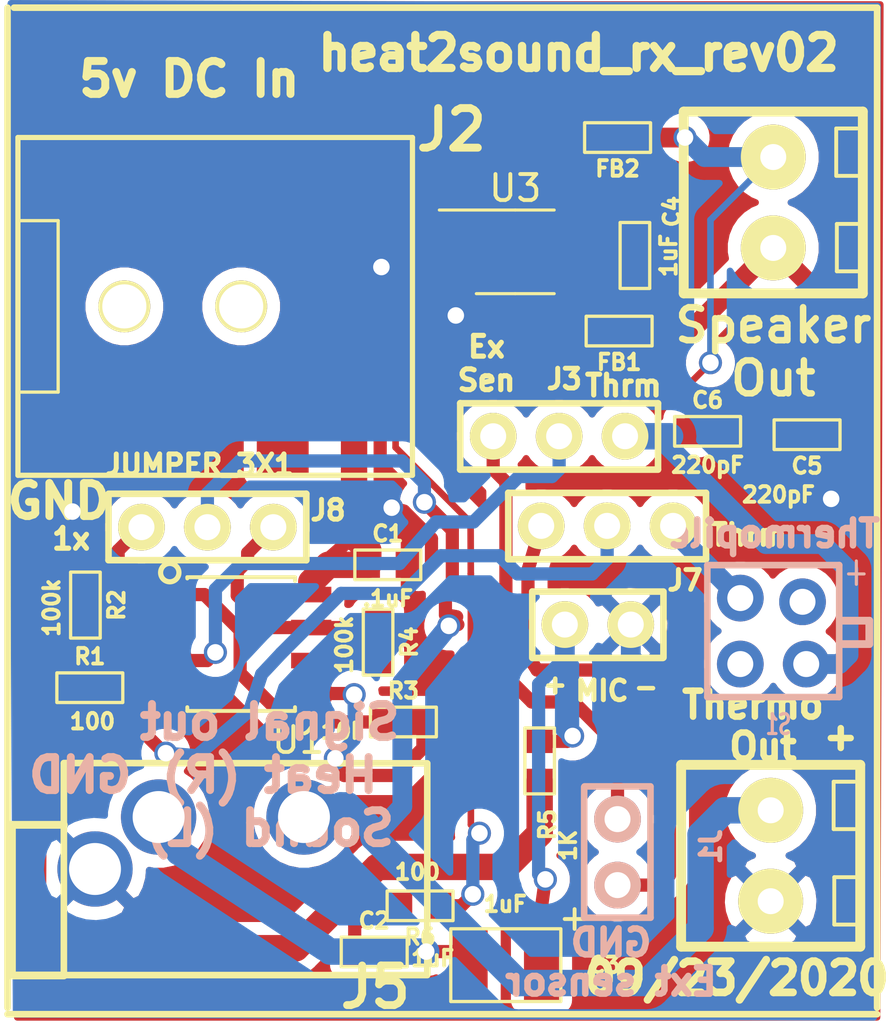
<source format=kicad_pcb>
(kicad_pcb (version 20171130) (host pcbnew 5.1.5-52549c5~86~ubuntu18.04.1)

  (general
    (thickness 1.6002)
    (drawings 22)
    (tracks 240)
    (zones 0)
    (modules 26)
    (nets 23)
  )

  (page A4)
  (title_block
    (date "12 jun 2010")
  )

  (layers
    (0 Component signal)
    (31 Copper signal)
    (32 B.Adhes user)
    (33 F.Adhes user)
    (34 B.Paste user)
    (35 F.Paste user)
    (36 B.SilkS user)
    (37 F.SilkS user)
    (38 B.Mask user)
    (39 F.Mask user)
    (40 Dwgs.User user)
    (41 Cmts.User user)
    (42 Eco1.User user)
    (43 Eco2.User user)
    (44 Edge.Cuts user)
    (45 Margin user)
    (46 B.CrtYd user)
    (47 F.CrtYd user)
  )

  (setup
    (last_trace_width 0.508)
    (user_trace_width 0.254)
    (user_trace_width 0.508)
    (user_trace_width 0.762)
    (user_trace_width 1.016)
    (user_trace_width 1.27)
    (trace_clearance 0.1)
    (zone_clearance 0.5)
    (zone_45_only no)
    (trace_min 0.2)
    (via_size 0.889)
    (via_drill 0.635)
    (via_min_size 0.889)
    (via_min_drill 0.508)
    (uvia_size 0.508)
    (uvia_drill 0.127)
    (uvias_allowed no)
    (uvia_min_size 0.508)
    (uvia_min_drill 0.127)
    (edge_width 0.09906)
    (segment_width 0.254)
    (pcb_text_width 0.3048)
    (pcb_text_size 1.524 2.032)
    (mod_edge_width 0.254)
    (mod_text_size 1.524 1.524)
    (mod_text_width 0.09906)
    (pad_size 1.99898 1.99898)
    (pad_drill 1.00076)
    (pad_to_mask_clearance 0.05)
    (solder_mask_min_width 0.05)
    (aux_axis_origin 0 0)
    (visible_elements FFFFFF7F)
    (pcbplotparams
      (layerselection 0x010fc_ffffffff)
      (usegerberextensions false)
      (usegerberattributes false)
      (usegerberadvancedattributes false)
      (creategerberjobfile false)
      (excludeedgelayer true)
      (linewidth 0.100000)
      (plotframeref false)
      (viasonmask false)
      (mode 1)
      (useauxorigin false)
      (hpglpennumber 1)
      (hpglpenspeed 20)
      (hpglpendiameter 15.000000)
      (psnegative false)
      (psa4output false)
      (plotreference true)
      (plotvalue true)
      (plotinvisibletext false)
      (padsonsilk false)
      (subtractmaskfromsilk false)
      (outputformat 1)
      (mirror false)
      (drillshape 0)
      (scaleselection 1)
      (outputdirectory ""))
  )

  (net 0 "")
  (net 1 "Net-(C2-Pad2)")
  (net 2 "Net-(C2-Pad1)")
  (net 3 "Net-(C3-Pad1)")
  (net 4 "Net-(C5-Pad1)")
  (net 5 "Net-(C6-Pad1)")
  (net 6 "Net-(FB1-Pad2)")
  (net 7 "Net-(FB2-Pad2)")
  (net 8 "Net-(J1-Pad2)")
  (net 9 "Net-(J3-Pad3)")
  (net 10 "Net-(J3-Pad2)")
  (net 11 "Net-(R6-Pad1)")
  (net 12 +5v)
  (net 13 GND)
  (net 14 "Net-(J1-Pad1)")
  (net 15 "Net-(J7-Pad3)")
  (net 16 "Net-(J7-Pad2)")
  (net 17 "Net-(J8-Pad3)")
  (net 18 "Net-(J8-Pad1)")
  (net 19 "Net-(R1-Pad1)")
  (net 20 "Net-(J4-Pad1)")
  (net 21 "Net-(R3-Pad2)")
  (net 22 "Net-(R4-Pad2)")

  (net_class Default "This is the default net class."
    (clearance 0.1)
    (trace_width 0.2032)
    (via_dia 0.889)
    (via_drill 0.635)
    (uvia_dia 0.508)
    (uvia_drill 0.127)
    (diff_pair_width 0.3)
    (diff_pair_gap 0.25)
    (add_net +5v)
    (add_net GND)
    (add_net "Net-(C2-Pad1)")
    (add_net "Net-(C2-Pad2)")
    (add_net "Net-(C3-Pad1)")
    (add_net "Net-(C5-Pad1)")
    (add_net "Net-(C6-Pad1)")
    (add_net "Net-(FB1-Pad2)")
    (add_net "Net-(FB2-Pad2)")
    (add_net "Net-(J1-Pad1)")
    (add_net "Net-(J1-Pad2)")
    (add_net "Net-(J3-Pad2)")
    (add_net "Net-(J3-Pad3)")
    (add_net "Net-(J4-Pad1)")
    (add_net "Net-(J7-Pad2)")
    (add_net "Net-(J7-Pad3)")
    (add_net "Net-(J8-Pad1)")
    (add_net "Net-(J8-Pad3)")
    (add_net "Net-(R1-Pad1)")
    (add_net "Net-(R3-Pad2)")
    (add_net "Net-(R4-Pad2)")
    (add_net "Net-(R6-Pad1)")
  )

  (module ted_connectors:TED_HEADER_2x2_THERMO (layer Copper) (tedit 5F95F456) (tstamp 5F42BCAC)
    (at 181.5 121.25)
    (path /4C01D7F8)
    (fp_text reference S1 (at 0.2 3.597) (layer B.SilkS)
      (effects (font (size 0.762 0.5) (thickness 0.125)) (justify mirror))
    )
    (fp_text value THERMOPILE_MLX90247 (at 0 -3.937) (layer B.SilkS) hide
      (effects (font (size 0.762 0.762) (thickness 0.1905)) (justify mirror))
    )
    (fp_line (start 3.2 -1.8) (end 3.2 -2.7) (layer B.SilkS) (width 0.12))
    (fp_line (start 2.9 -2.2) (end 3.5 -2.2) (layer B.SilkS) (width 0.12))
    (fp_line (start 3.7 -0.4) (end 2.6 -0.4) (layer B.SilkS) (width 0.3))
    (fp_line (start 3.7 0.5) (end 3.7 -0.4) (layer B.SilkS) (width 0.3))
    (fp_line (start 2.6 0.5) (end 3.7 0.5) (layer B.SilkS) (width 0.3))
    (fp_line (start -2.54 -2.54) (end -2.54 2.54) (layer B.SilkS) (width 0.254))
    (fp_line (start 2.54 -2.54) (end -2.54 -2.54) (layer B.SilkS) (width 0.254))
    (fp_line (start 2.54 2.54) (end 2.54 -2.54) (layer B.SilkS) (width 0.254))
    (fp_line (start 2.54 2.54) (end -2.54 2.54) (layer B.SilkS) (width 0.254))
    (pad 4 thru_hole circle (at 1.127 -1.127) (size 1.8 1.8) (drill 1) (layers *.Cu *.Mask))
    (pad 3 thru_hole circle (at -1.27 -1.27) (size 1.8 1.8) (drill 1) (layers *.Cu *.Mask)
      (net 15 "Net-(J7-Pad3)"))
    (pad 2 thru_hole circle (at -1.27 1.27) (size 1.8 1.8) (drill 1) (layers *.Cu *.Mask))
    (pad 1 thru_hole circle (at 1.27 1.27) (size 1.8 1.8) (drill 1) (layers *.Cu *.Mask)
      (net 9 "Net-(J3-Pad3)"))
  )

  (module ted_connectors:TED_3.5_Stereo_STX-3150-3N-1 (layer Component) (tedit 5F6C1FB2) (tstamp 5F3E08F0)
    (at 161.17 130.41)
    (path /4C01DA25)
    (fp_text reference J5 (at 5 4.55) (layer F.SilkS)
      (effects (font (size 1.524 1.524) (thickness 0.3048)))
    )
    (fp_text value 3.5_STEREO (at -1.6 5.9) (layer F.SilkS) hide
      (effects (font (size 1.524 1.524) (thickness 0.3048)))
    )
    (fp_line (start -9 4.1) (end -7 4.1) (layer F.SilkS) (width 0.3))
    (fp_line (start -9 -1.7) (end -9 4.1) (layer F.SilkS) (width 0.3))
    (fp_line (start -7 -1.7) (end -9 -1.7) (layer F.SilkS) (width 0.3))
    (fp_line (start 7 4.05) (end 7 -4.05) (layer F.SilkS) (width 0.254))
    (fp_line (start -7 4.08432) (end 7 4.08432) (layer F.SilkS) (width 0.254))
    (fp_line (start -7 -4.05) (end -7 4.05) (layer F.SilkS) (width 0.254))
    (fp_line (start 7 -4.06908) (end -7 -4.07924) (layer F.SilkS) (width 0.254))
    (pad 2 thru_hole circle (at 2.25 -2) (size 2.9 2.9) (drill 2) (layers *.Cu *.Mask)
      (net 20 "Net-(J4-Pad1)"))
    (pad 3 thru_hole circle (at -3.35 -2) (size 2.9 2.9) (drill 2) (layers *.Cu *.Mask)
      (net 1 "Net-(C2-Pad2)"))
    (pad 1 thru_hole circle (at -5.8 0) (size 2.9 2.9) (drill 2) (layers *.Cu *.Mask)
      (net 13 GND))
  )

  (module Package_SO:MSOP-8_3x3mm_P0.65mm (layer Component) (tedit 5D9F72B0) (tstamp 5F3E098B)
    (at 171.56 106.65)
    (descr "MSOP, 8 Pin (https://www.jedec.org/system/files/docs/mo-187F.pdf variant AA), generated with kicad-footprint-generator ipc_gullwing_generator.py")
    (tags "MSOP SO")
    (path /5F3E29C8)
    (attr smd)
    (fp_text reference U3 (at 0 -2.45) (layer F.SilkS)
      (effects (font (size 1 1) (thickness 0.15)))
    )
    (fp_text value PAM8302A (at 0 2.45) (layer F.Fab)
      (effects (font (size 1 1) (thickness 0.15)))
    )
    (fp_line (start 0 1.61) (end 1.5 1.61) (layer F.SilkS) (width 0.12))
    (fp_line (start 0 1.61) (end -1.5 1.61) (layer F.SilkS) (width 0.12))
    (fp_line (start 0 -1.61) (end 1.5 -1.61) (layer F.SilkS) (width 0.12))
    (fp_line (start 0 -1.61) (end -2.925 -1.61) (layer F.SilkS) (width 0.12))
    (fp_line (start -0.75 -1.5) (end 1.5 -1.5) (layer F.Fab) (width 0.1))
    (fp_line (start 1.5 -1.5) (end 1.5 1.5) (layer F.Fab) (width 0.1))
    (fp_line (start 1.5 1.5) (end -1.5 1.5) (layer F.Fab) (width 0.1))
    (fp_line (start -1.5 1.5) (end -1.5 -0.75) (layer F.Fab) (width 0.1))
    (fp_line (start -1.5 -0.75) (end -0.75 -1.5) (layer F.Fab) (width 0.1))
    (fp_line (start -3.18 -1.75) (end -3.18 1.75) (layer F.CrtYd) (width 0.05))
    (fp_line (start -3.18 1.75) (end 3.18 1.75) (layer F.CrtYd) (width 0.05))
    (fp_line (start 3.18 1.75) (end 3.18 -1.75) (layer F.CrtYd) (width 0.05))
    (fp_line (start 3.18 -1.75) (end -3.18 -1.75) (layer F.CrtYd) (width 0.05))
    (fp_text user %R (at 0 0) (layer F.Fab)
      (effects (font (size 0.75 0.75) (thickness 0.11)))
    )
    (pad 1 smd roundrect (at -2.1125 -0.975) (size 1.625 0.5) (layers Component F.Paste F.Mask) (roundrect_rratio 0.25)
      (net 12 +5v))
    (pad 2 smd roundrect (at -2.1125 -0.325) (size 1.625 0.5) (layers Component F.Paste F.Mask) (roundrect_rratio 0.25))
    (pad 3 smd roundrect (at -2.1125 0.325) (size 1.625 0.5) (layers Component F.Paste F.Mask) (roundrect_rratio 0.25)
      (net 11 "Net-(R6-Pad1)"))
    (pad 4 smd roundrect (at -2.1125 0.975) (size 1.625 0.5) (layers Component F.Paste F.Mask) (roundrect_rratio 0.25)
      (net 13 GND))
    (pad 5 smd roundrect (at 2.1125 0.975) (size 1.625 0.5) (layers Component F.Paste F.Mask) (roundrect_rratio 0.25)
      (net 6 "Net-(FB1-Pad2)"))
    (pad 6 smd roundrect (at 2.1125 0.325) (size 1.625 0.5) (layers Component F.Paste F.Mask) (roundrect_rratio 0.25)
      (net 12 +5v))
    (pad 7 smd roundrect (at 2.1125 -0.325) (size 1.625 0.5) (layers Component F.Paste F.Mask) (roundrect_rratio 0.25))
    (pad 8 smd roundrect (at 2.1125 -0.975) (size 1.625 0.5) (layers Component F.Paste F.Mask) (roundrect_rratio 0.25)
      (net 7 "Net-(FB2-Pad2)"))
    (model ${KISYS3DMOD}/Package_SO.3dshapes/MSOP-8_3x3mm_P0.65mm.wrl
      (at (xyz 0 0 0))
      (scale (xyz 1 1 1))
      (rotate (xyz 0 0 0))
    )
  )

  (module ted_connectors:TED_HEADER_2x1 (layer Component) (tedit 59028581) (tstamp 5F3E0971)
    (at 174.75 121)
    (path /5F38E398)
    (fp_text reference U2 (at 0.2 -3.597) (layer F.SilkS)
      (effects (font (size 0.762 0.762) (thickness 0.1905)))
    )
    (fp_text value MIC (at 0.15 2.55) (layer F.SilkS)
      (effects (font (size 0.762 0.762) (thickness 0.1905)))
    )
    (fp_line (start 2.5 -1.27) (end -2.5 -1.27) (layer F.SilkS) (width 0.254))
    (fp_line (start 2.52 -1.27) (end 2.52 1.27) (layer F.SilkS) (width 0.254))
    (fp_line (start 2.5 1.28524) (end -2.5 1.28524) (layer F.SilkS) (width 0.254))
    (fp_line (start -2.53524 1.28524) (end -2.53524 -1.27508) (layer F.SilkS) (width 0.254))
    (pad 2 thru_hole circle (at 1.25984 0) (size 1.8 1.8) (drill 1) (layers *.Cu *.Mask F.SilkS)
      (net 13 GND))
    (pad 1 thru_hole circle (at -1.28016 0) (size 1.8 1.8) (drill 1) (layers *.Cu *.Mask F.SilkS)
      (net 3 "Net-(C3-Pad1)"))
  )

  (module ted_connectors:TED_HEADER_2x1 (layer Copper) (tedit 59028581) (tstamp 5F42B3E4)
    (at 175.5 129.75 90)
    (path /4BAC20CF)
    (fp_text reference J1 (at 0.2 3.597 90) (layer B.SilkS)
      (effects (font (size 0.762 0.762) (thickness 0.1905)) (justify mirror))
    )
    (fp_text value TERMINAL_3.5MM_PCB_2PIN (at 0 -3.937 90) (layer B.SilkS) hide
      (effects (font (size 0.762 0.762) (thickness 0.1905)) (justify mirror))
    )
    (fp_line (start 2.5 1.27) (end -2.5 1.27) (layer B.SilkS) (width 0.254))
    (fp_line (start 2.52 1.27) (end 2.52 -1.27) (layer B.SilkS) (width 0.254))
    (fp_line (start 2.5 -1.28524) (end -2.5 -1.28524) (layer B.SilkS) (width 0.254))
    (fp_line (start -2.53524 -1.28524) (end -2.53524 1.27508) (layer B.SilkS) (width 0.254))
    (pad 2 thru_hole circle (at 1.25984 0 90) (size 1.8 1.8) (drill 1) (layers *.Cu *.Mask B.SilkS)
      (net 8 "Net-(J1-Pad2)"))
    (pad 1 thru_hole circle (at -1.28016 0 90) (size 1.8 1.8) (drill 1) (layers *.Cu *.Mask B.SilkS)
      (net 14 "Net-(J1-Pad1)"))
  )

  (module ted_capacitors:TED_SM0603_C (layer Component) (tedit 590516B2) (tstamp 5F3E0869)
    (at 166.65 118.7)
    (descr "SMT capacitor, 0603")
    (path /4C0C123E)
    (fp_text reference C1 (at 0 -1.2) (layer F.SilkS)
      (effects (font (size 0.6 0.6) (thickness 0.15)))
    )
    (fp_text value .1uF (at 0 1.3) (layer F.SilkS)
      (effects (font (size 0.6 0.6) (thickness 0.15)))
    )
    (fp_line (start -1.27 0.57) (end -1.27 -0.57) (layer F.SilkS) (width 0.127))
    (fp_line (start 1.25 0.57) (end -1.25 0.57) (layer F.SilkS) (width 0.127))
    (fp_line (start 1.27 -0.57) (end 1.27 0.57) (layer F.SilkS) (width 0.127))
    (fp_line (start -1.25 -0.57) (end 1.25 -0.57) (layer F.SilkS) (width 0.127))
    (pad 1 smd rect (at -0.75184 0) (size 0.9 1) (layers Component F.Paste F.Mask)
      (net 12 +5v) (clearance 0.1))
    (pad 2 smd rect (at 0.75184 0) (size 0.89916 1.00076) (layers Component F.Paste F.Mask)
      (net 13 GND) (clearance 0.1))
    (model smd/capacitors/c_0603.wrl
      (at (xyz 0 0 0))
      (scale (xyz 1 1 1))
      (rotate (xyz 0 0 0))
    )
  )

  (module ted_capacitors:TED_SM0603_C (layer Component) (tedit 590516B2) (tstamp 5F3E087B)
    (at 166.12616 133.604)
    (descr "SMT capacitor, 0603")
    (path /5F48020C)
    (fp_text reference C2 (at 0 -1.2) (layer F.SilkS)
      (effects (font (size 0.6 0.6) (thickness 0.15)))
    )
    (fp_text value 1uF (at 2.25 0.25) (layer F.SilkS)
      (effects (font (size 0.6 0.6) (thickness 0.15)))
    )
    (fp_line (start -1.25 -0.57) (end 1.25 -0.57) (layer F.SilkS) (width 0.127))
    (fp_line (start 1.27 -0.57) (end 1.27 0.57) (layer F.SilkS) (width 0.127))
    (fp_line (start 1.25 0.57) (end -1.25 0.57) (layer F.SilkS) (width 0.127))
    (fp_line (start -1.27 0.57) (end -1.27 -0.57) (layer F.SilkS) (width 0.127))
    (pad 2 smd rect (at 0.75184 0) (size 0.89916 1.00076) (layers Component F.Paste F.Mask)
      (net 1 "Net-(C2-Pad2)") (clearance 0.1))
    (pad 1 smd rect (at -0.75184 0) (size 0.9 1) (layers Component F.Paste F.Mask)
      (net 2 "Net-(C2-Pad1)") (clearance 0.1))
    (model smd/capacitors/c_0603.wrl
      (at (xyz 0 0 0))
      (scale (xyz 1 1 1))
      (rotate (xyz 0 0 0))
    )
  )

  (module ted_capacitors:TED_SM0603_C (layer Component) (tedit 590516B2) (tstamp 5F3E088F)
    (at 176.17 106.79 90)
    (descr "SMT capacitor, 0603")
    (path /5F405EE8)
    (fp_text reference C4 (at 1.69 1.43 90) (layer F.SilkS)
      (effects (font (size 0.6 0.6) (thickness 0.15)))
    )
    (fp_text value 1uF (at 0 1.3 90) (layer F.SilkS)
      (effects (font (size 0.6 0.6) (thickness 0.15)))
    )
    (fp_line (start -1.27 0.57) (end -1.27 -0.57) (layer F.SilkS) (width 0.127))
    (fp_line (start 1.25 0.57) (end -1.25 0.57) (layer F.SilkS) (width 0.127))
    (fp_line (start 1.27 -0.57) (end 1.27 0.57) (layer F.SilkS) (width 0.127))
    (fp_line (start -1.25 -0.57) (end 1.25 -0.57) (layer F.SilkS) (width 0.127))
    (pad 1 smd rect (at -0.75184 0 90) (size 0.9 1) (layers Component F.Paste F.Mask)
      (net 12 +5v) (clearance 0.1))
    (pad 2 smd rect (at 0.75184 0 90) (size 0.89916 1.00076) (layers Component F.Paste F.Mask)
      (net 13 GND) (clearance 0.1))
    (model smd/capacitors/c_0603.wrl
      (at (xyz 0 0 0))
      (scale (xyz 1 1 1))
      (rotate (xyz 0 0 0))
    )
  )

  (module ted_capacitors:TED_SM0603_C (layer Component) (tedit 590516B2) (tstamp 5F3E0899)
    (at 182.80184 113.69 180)
    (descr "SMT capacitor, 0603")
    (path /5F437655)
    (fp_text reference C5 (at 0 -1.2) (layer F.SilkS)
      (effects (font (size 0.6 0.6) (thickness 0.15)))
    )
    (fp_text value 220pF (at 1.10184 -2.31) (layer F.SilkS)
      (effects (font (size 0.6 0.6) (thickness 0.15)))
    )
    (fp_line (start -1.25 -0.57) (end 1.25 -0.57) (layer F.SilkS) (width 0.127))
    (fp_line (start 1.27 -0.57) (end 1.27 0.57) (layer F.SilkS) (width 0.127))
    (fp_line (start 1.25 0.57) (end -1.25 0.57) (layer F.SilkS) (width 0.127))
    (fp_line (start -1.27 0.57) (end -1.27 -0.57) (layer F.SilkS) (width 0.127))
    (pad 2 smd rect (at 0.75184 0 180) (size 0.89916 1.00076) (layers Component F.Paste F.Mask)
      (net 13 GND) (clearance 0.1))
    (pad 1 smd rect (at -0.75184 0 180) (size 0.9 1) (layers Component F.Paste F.Mask)
      (net 4 "Net-(C5-Pad1)") (clearance 0.1))
    (model smd/capacitors/c_0603.wrl
      (at (xyz 0 0 0))
      (scale (xyz 1 1 1))
      (rotate (xyz 0 0 0))
    )
  )

  (module ted_capacitors:TED_SM0603_C (layer Component) (tedit 590516B2) (tstamp 5F3E08A3)
    (at 178.97 113.56)
    (descr "SMT capacitor, 0603")
    (path /5F4368CA)
    (fp_text reference C6 (at 0 -1.2) (layer F.SilkS)
      (effects (font (size 0.6 0.6) (thickness 0.15)))
    )
    (fp_text value 220pF (at 0 1.3) (layer F.SilkS)
      (effects (font (size 0.6 0.6) (thickness 0.15)))
    )
    (fp_line (start -1.27 0.57) (end -1.27 -0.57) (layer F.SilkS) (width 0.127))
    (fp_line (start 1.25 0.57) (end -1.25 0.57) (layer F.SilkS) (width 0.127))
    (fp_line (start 1.27 -0.57) (end 1.27 0.57) (layer F.SilkS) (width 0.127))
    (fp_line (start -1.25 -0.57) (end 1.25 -0.57) (layer F.SilkS) (width 0.127))
    (pad 1 smd rect (at -0.75184 0) (size 0.9 1) (layers Component F.Paste F.Mask)
      (net 5 "Net-(C6-Pad1)") (clearance 0.1))
    (pad 2 smd rect (at 0.75184 0) (size 0.89916 1.00076) (layers Component F.Paste F.Mask)
      (net 13 GND) (clearance 0.1))
    (model smd/capacitors/c_0603.wrl
      (at (xyz 0 0 0))
      (scale (xyz 1 1 1))
      (rotate (xyz 0 0 0))
    )
  )

  (module ted_resistors:TED_SM0603_R (layer Component) (tedit 590515EF) (tstamp 5F3E08AD)
    (at 175.56184 109.7 180)
    (descr "SMT resistor, 0603")
    (path /5F42B281)
    (fp_text reference FB1 (at 0 -1.2) (layer F.SilkS)
      (effects (font (size 0.6 0.6) (thickness 0.15)))
    )
    (fp_text value ferrite_bead (at 4.31184 -0.8) (layer F.SilkS) hide
      (effects (font (size 0.6 0.6) (thickness 0.15)))
    )
    (fp_line (start 1.25 0.57) (end -1.25 0.57) (layer F.SilkS) (width 0.127))
    (fp_line (start -1.25 -0.57) (end 1.25 -0.57) (layer F.SilkS) (width 0.127))
    (fp_line (start 1.27 -0.57) (end 1.27 0.57) (layer F.SilkS) (width 0.127))
    (fp_line (start -1.27 -0.57) (end -1.27 0.57) (layer F.SilkS) (width 0.127))
    (pad 1 smd rect (at -0.75184 0 180) (size 0.89916 1.00076) (layers Component F.Paste F.Mask)
      (net 4 "Net-(C5-Pad1)") (clearance 0.1))
    (pad 2 smd rect (at 0.75184 0 180) (size 0.89916 1.00076) (layers Component F.Paste F.Mask)
      (net 6 "Net-(FB1-Pad2)") (clearance 0.1))
    (model smd/capacitors/c_0603.wrl
      (at (xyz 0 0 0))
      (scale (xyz 1 1 1))
      (rotate (xyz 0 0 0))
    )
  )

  (module ted_resistors:TED_SM0603_R (layer Component) (tedit 590515EF) (tstamp 5F3E08B7)
    (at 175.50184 102.25 180)
    (descr "SMT resistor, 0603")
    (path /5F42A6DF)
    (fp_text reference FB2 (at 0 -1.2) (layer F.SilkS)
      (effects (font (size 0.6 0.6) (thickness 0.15)))
    )
    (fp_text value ferrite_bead (at -4.64816 -14.85) (layer F.SilkS) hide
      (effects (font (size 0.6 0.6) (thickness 0.15)))
    )
    (fp_line (start -1.27 -0.57) (end -1.27 0.57) (layer F.SilkS) (width 0.127))
    (fp_line (start 1.27 -0.57) (end 1.27 0.57) (layer F.SilkS) (width 0.127))
    (fp_line (start -1.25 -0.57) (end 1.25 -0.57) (layer F.SilkS) (width 0.127))
    (fp_line (start 1.25 0.57) (end -1.25 0.57) (layer F.SilkS) (width 0.127))
    (pad 2 smd rect (at 0.75184 0 180) (size 0.89916 1.00076) (layers Component F.Paste F.Mask)
      (net 7 "Net-(FB2-Pad2)") (clearance 0.1))
    (pad 1 smd rect (at -0.75184 0 180) (size 0.89916 1.00076) (layers Component F.Paste F.Mask)
      (net 5 "Net-(C6-Pad1)") (clearance 0.1))
    (model smd/capacitors/c_0603.wrl
      (at (xyz 0 0 0))
      (scale (xyz 1 1 1))
      (rotate (xyz 0 0 0))
    )
  )

  (module ted_connectors:TED_2.1mm_DC_SMD (layer Component) (tedit 0) (tstamp 5F3E08C7)
    (at 160 108.75 180)
    (path /4BAC0857)
    (fp_text reference J2 (at -9.1 6.8) (layer F.SilkS)
      (effects (font (size 1.524 1.524) (thickness 0.3048)))
    )
    (fp_text value DC_2.1mm (at 0.1016 8.49884) (layer F.SilkS) hide
      (effects (font (size 1.524 1.524) (thickness 0.3048)))
    )
    (fp_line (start 7.6 -3.3) (end 6.05 -3.3) (layer F.SilkS) (width 0.127))
    (fp_line (start 6.05 -3.3) (end 6.05 3.3) (layer F.SilkS) (width 0.127))
    (fp_line (start 6.05 3.3) (end 7.575 3.3) (layer F.SilkS) (width 0.127))
    (fp_line (start -7.59968 -6.5024) (end 7.59968 -6.5024) (layer F.SilkS) (width 0.20066))
    (fp_line (start 7.59968 -6.5024) (end 7.59968 6.5024) (layer F.SilkS) (width 0.20066))
    (fp_line (start 7.59968 6.5024) (end -7.59968 6.5024) (layer F.SilkS) (width 0.20066))
    (fp_line (start -7.59968 6.5024) (end -7.59968 -6.5024) (layer F.SilkS) (width 0.20066))
    (pad "" np_thru_hole circle (at -1.00076 0 180) (size 1.99898 1.99898) (drill 1.69926) (layers *.Cu *.Mask F.SilkS))
    (pad 1 smd rect (at 3.50012 5.4102 180) (size 1.99898 1.99898) (layers Component F.Paste F.Mask)
      (net 12 +5v))
    (pad 1 smd rect (at -2.60096 5.4102 180) (size 1.99898 1.99898) (layers Component F.Paste F.Mask)
      (net 12 +5v))
    (pad 2 smd rect (at 3.50012 -5.41528 180) (size 1.99898 1.99898) (layers Component F.Paste F.Mask)
      (net 13 GND))
    (pad 3 smd rect (at -2.60096 -5.41528 180) (size 1.99898 1.99898) (layers Component F.Paste F.Mask))
    (pad "" np_thru_hole circle (at 3.50012 0 180) (size 1.99898 1.99898) (drill 1.69926) (layers *.Cu *.Mask F.SilkS))
  )

  (module ted_connectors:TED_HEADER_3x1 (layer Component) (tedit 591A6C4A) (tstamp 5F3E08D7)
    (at 173.25 113.75)
    (path /4C01D810)
    (fp_text reference J3 (at 0.2 -2.2) (layer F.SilkS)
      (effects (font (size 0.762 0.762) (thickness 0.1905)))
    )
    (fp_text value JUMPER_3X1 (at 0.3 2.4) (layer F.SilkS) hide
      (effects (font (size 0.762 0.762) (thickness 0.1905)))
    )
    (fp_line (start 3.81 -1.27) (end -3.81 -1.27) (layer F.SilkS) (width 0.254))
    (fp_line (start 3.81 -1.27) (end 3.81 1.27) (layer F.SilkS) (width 0.254))
    (fp_line (start 3.81 1.28524) (end -3.81 1.28524) (layer F.SilkS) (width 0.254))
    (fp_line (start -3.81 1.28524) (end -3.81 -1.27508) (layer F.SilkS) (width 0.254))
    (pad 3 thru_hole circle (at 2.54 0) (size 1.8 1.8) (drill 1) (layers *.Cu *.Mask F.SilkS)
      (net 9 "Net-(J3-Pad3)"))
    (pad 2 thru_hole circle (at 0 0) (size 1.8 1.8) (drill 1) (layers *.Cu *.Mask F.SilkS)
      (net 10 "Net-(J3-Pad2)"))
    (pad 1 thru_hole circle (at -2.54 0) (size 1.8 1.8) (drill 1) (layers *.Cu *.Mask F.SilkS)
      (net 8 "Net-(J1-Pad2)"))
  )

  (module ted_connectors:TED_TERMINAL_3.5MM_2PIN (layer Component) (tedit 5920A0F6) (tstamp 5F41FC33)
    (at 181.4 129.9 270)
    (path /4C01D9BA)
    (fp_text reference J4 (at 0.20066 -5.40004 270) (layer F.SilkS) hide
      (effects (font (size 1.524 1.524) (thickness 0.3048)))
    )
    (fp_text value TERMINAL_3.5MM_PCB_2PIN (at 0.29972 5.6007 270) (layer F.SilkS) hide
      (effects (font (size 1.016 1.016) (thickness 0.254)))
    )
    (fp_line (start 2.65 -2.45) (end 2.65 -3.275) (layer F.SilkS) (width 0.15))
    (fp_line (start 0.825 -2.45) (end 2.65 -2.45) (layer F.SilkS) (width 0.15))
    (fp_line (start 0.825 -3.25) (end 0.825 -2.45) (layer F.SilkS) (width 0.15))
    (fp_line (start -2.85 -3.225) (end -2.85 -2.425) (layer F.SilkS) (width 0.15))
    (fp_line (start -2.85 -2.425) (end -1.025 -2.425) (layer F.SilkS) (width 0.15))
    (fp_line (start -1.025 -2.425) (end -1.025 -3.25) (layer F.SilkS) (width 0.15))
    (fp_line (start -3.50012 -3.45) (end -3.50012 3.45) (layer F.SilkS) (width 0.381))
    (fp_line (start -3.50012 3.45) (end 3.50012 3.45) (layer F.SilkS) (width 0.381))
    (fp_line (start 3.50012 3.45) (end 3.50012 -3.45) (layer F.SilkS) (width 0.381))
    (fp_line (start 3.50012 -3.45) (end -3.50012 -3.45) (layer F.SilkS) (width 0.381))
    (pad 1 thru_hole circle (at -1.75006 0 270) (size 2.5 2.5) (drill 1) (layers *.Cu *.Mask F.SilkS)
      (net 20 "Net-(J4-Pad1)") (clearance 0.5))
    (pad 2 thru_hole circle (at 1.75006 0 270) (size 2.5 2.5) (drill 1) (layers *.Cu *.Mask F.SilkS)
      (net 13 GND) (clearance 0.5))
  )

  (module ted_connectors:TED_TERMINAL_3.5MM_2PIN (layer Component) (tedit 5920A0F6) (tstamp 5F3E090C)
    (at 181.5 104.75 270)
    (path /5F3FFEAA)
    (fp_text reference J6 (at 0.2 -5 90) (layer F.SilkS) hide
      (effects (font (size 1.524 1.524) (thickness 0.3048)))
    )
    (fp_text value TERMINAL_3.5MM_PCB_2PIN (at 0.2 4.8 90) (layer F.SilkS) hide
      (effects (font (size 1.016 1.016) (thickness 0.254)))
    )
    (fp_line (start 2.65 -2.45) (end 2.65 -3.275) (layer F.SilkS) (width 0.15))
    (fp_line (start 0.825 -2.45) (end 2.65 -2.45) (layer F.SilkS) (width 0.15))
    (fp_line (start 0.825 -3.25) (end 0.825 -2.45) (layer F.SilkS) (width 0.15))
    (fp_line (start -2.85 -3.225) (end -2.85 -2.425) (layer F.SilkS) (width 0.15))
    (fp_line (start -2.85 -2.425) (end -1.025 -2.425) (layer F.SilkS) (width 0.15))
    (fp_line (start -1.025 -2.425) (end -1.025 -3.25) (layer F.SilkS) (width 0.15))
    (fp_line (start -3.50012 -3.45) (end -3.50012 3.45) (layer F.SilkS) (width 0.381))
    (fp_line (start -3.50012 3.45) (end 3.50012 3.45) (layer F.SilkS) (width 0.381))
    (fp_line (start 3.50012 3.45) (end 3.50012 -3.45) (layer F.SilkS) (width 0.381))
    (fp_line (start 3.50012 -3.45) (end -3.50012 -3.45) (layer F.SilkS) (width 0.381))
    (pad 1 thru_hole circle (at -1.75006 0 270) (size 2.5 2.5) (drill 1) (layers *.Cu *.Mask F.SilkS)
      (net 5 "Net-(C6-Pad1)") (clearance 0.5))
    (pad 2 thru_hole circle (at 1.75006 0 270) (size 2.5 2.5) (drill 1) (layers *.Cu *.Mask F.SilkS)
      (net 4 "Net-(C5-Pad1)") (clearance 0.5))
  )

  (module ted_resistors:TED_SM0603_R (layer Component) (tedit 590515EF) (tstamp 5F3E090D)
    (at 155.17 123.43)
    (descr "SMT resistor, 0603")
    (path /4C01DB2F)
    (fp_text reference R1 (at 0 -1.2) (layer F.SilkS)
      (effects (font (size 0.6 0.6) (thickness 0.15)))
    )
    (fp_text value 100 (at 0.1 1.3) (layer F.SilkS)
      (effects (font (size 0.6 0.6) (thickness 0.15)))
    )
    (fp_line (start -1.27 -0.57) (end -1.27 0.57) (layer F.SilkS) (width 0.127))
    (fp_line (start 1.27 -0.57) (end 1.27 0.57) (layer F.SilkS) (width 0.127))
    (fp_line (start -1.25 -0.57) (end 1.25 -0.57) (layer F.SilkS) (width 0.127))
    (fp_line (start 1.25 0.57) (end -1.25 0.57) (layer F.SilkS) (width 0.127))
    (pad 2 smd rect (at 0.75184 0) (size 0.89916 1.00076) (layers Component F.Paste F.Mask)
      (net 16 "Net-(J7-Pad2)") (clearance 0.1))
    (pad 1 smd rect (at -0.75184 0) (size 0.89916 1.00076) (layers Component F.Paste F.Mask)
      (net 19 "Net-(R1-Pad1)") (clearance 0.1))
    (model smd/capacitors/c_0603.wrl
      (at (xyz 0 0 0))
      (scale (xyz 1 1 1))
      (rotate (xyz 0 0 0))
    )
  )

  (module ted_resistors:TED_SM0603_R (layer Component) (tedit 590515EF) (tstamp 5F3E0916)
    (at 155 120.25 270)
    (descr "SMT resistor, 0603")
    (path /4C01DB36)
    (fp_text reference R2 (at 0 -1.2 90) (layer F.SilkS)
      (effects (font (size 0.6 0.6) (thickness 0.15)))
    )
    (fp_text value 100k (at 0.1 1.3 90) (layer F.SilkS)
      (effects (font (size 0.6 0.6) (thickness 0.15)))
    )
    (fp_line (start -1.27 -0.57) (end -1.27 0.57) (layer F.SilkS) (width 0.127))
    (fp_line (start 1.27 -0.57) (end 1.27 0.57) (layer F.SilkS) (width 0.127))
    (fp_line (start -1.25 -0.57) (end 1.25 -0.57) (layer F.SilkS) (width 0.127))
    (fp_line (start 1.25 0.57) (end -1.25 0.57) (layer F.SilkS) (width 0.127))
    (pad 2 smd rect (at 0.75184 0 270) (size 0.89916 1.00076) (layers Component F.Paste F.Mask)
      (net 19 "Net-(R1-Pad1)") (clearance 0.1))
    (pad 1 smd rect (at -0.75184 0 270) (size 0.89916 1.00076) (layers Component F.Paste F.Mask)
      (net 17 "Net-(J8-Pad3)") (clearance 0.1))
    (model smd/capacitors/c_0603.wrl
      (at (xyz 0 0 0))
      (scale (xyz 1 1 1))
      (rotate (xyz 0 0 0))
    )
  )

  (module ted_resistors:TED_SM0603_R (layer Component) (tedit 590515EF) (tstamp 5F3E091F)
    (at 167.25 124.75)
    (descr "SMT resistor, 0603")
    (path /4C0C0F4C)
    (fp_text reference R3 (at 0 -1.2) (layer F.SilkS)
      (effects (font (size 0.6 0.6) (thickness 0.15)))
    )
    (fp_text value 10k (at -2.35 0.35) (layer F.SilkS)
      (effects (font (size 0.6 0.6) (thickness 0.15)))
    )
    (fp_line (start -1.27 -0.57) (end -1.27 0.57) (layer F.SilkS) (width 0.127))
    (fp_line (start 1.27 -0.57) (end 1.27 0.57) (layer F.SilkS) (width 0.127))
    (fp_line (start -1.25 -0.57) (end 1.25 -0.57) (layer F.SilkS) (width 0.127))
    (fp_line (start 1.25 0.57) (end -1.25 0.57) (layer F.SilkS) (width 0.127))
    (pad 2 smd rect (at 0.75184 0) (size 0.89916 1.00076) (layers Component F.Paste F.Mask)
      (net 21 "Net-(R3-Pad2)") (clearance 0.1))
    (pad 1 smd rect (at -0.75184 0) (size 0.89916 1.00076) (layers Component F.Paste F.Mask)
      (net 17 "Net-(J8-Pad3)") (clearance 0.1))
    (model smd/capacitors/c_0603.wrl
      (at (xyz 0 0 0))
      (scale (xyz 1 1 1))
      (rotate (xyz 0 0 0))
    )
  )

  (module ted_resistors:TED_SM0603_R (layer Component) (tedit 590515EF) (tstamp 5F3E0928)
    (at 166.275 121.675 270)
    (descr "SMT resistor, 0603")
    (path /4C0C0F4B)
    (fp_text reference R4 (at 0 -1.2 90) (layer F.SilkS)
      (effects (font (size 0.6 0.6) (thickness 0.15)))
    )
    (fp_text value 100k (at 0.1 1.3 90) (layer F.SilkS)
      (effects (font (size 0.6 0.6) (thickness 0.15)))
    )
    (fp_line (start 1.25 0.57) (end -1.25 0.57) (layer F.SilkS) (width 0.127))
    (fp_line (start -1.25 -0.57) (end 1.25 -0.57) (layer F.SilkS) (width 0.127))
    (fp_line (start 1.27 -0.57) (end 1.27 0.57) (layer F.SilkS) (width 0.127))
    (fp_line (start -1.27 -0.57) (end -1.27 0.57) (layer F.SilkS) (width 0.127))
    (pad 1 smd rect (at -0.75184 0 270) (size 0.89916 1.00076) (layers Component F.Paste F.Mask)
      (net 18 "Net-(J8-Pad1)") (clearance 0.1))
    (pad 2 smd rect (at 0.75184 0 270) (size 0.89916 1.00076) (layers Component F.Paste F.Mask)
      (net 22 "Net-(R4-Pad2)") (clearance 0.1))
    (model smd/capacitors/c_0603.wrl
      (at (xyz 0 0 0))
      (scale (xyz 1 1 1))
      (rotate (xyz 0 0 0))
    )
  )

  (module ted_resistors:TED_SM0603_R (layer Component) (tedit 590515EF) (tstamp 5F3F4F68)
    (at 172.5 126.24816 90)
    (descr "SMT resistor, 0603")
    (path /5F3909A8)
    (fp_text reference R5 (at -2.45184 0.3 90) (layer F.SilkS)
      (effects (font (size 0.6 0.6) (thickness 0.15)))
    )
    (fp_text value 1K (at -3.25184 1.1 90) (layer F.SilkS)
      (effects (font (size 0.6 0.6) (thickness 0.15)))
    )
    (fp_line (start 1.25 0.57) (end -1.25 0.57) (layer F.SilkS) (width 0.127))
    (fp_line (start -1.25 -0.57) (end 1.25 -0.57) (layer F.SilkS) (width 0.127))
    (fp_line (start 1.27 -0.57) (end 1.27 0.57) (layer F.SilkS) (width 0.127))
    (fp_line (start -1.27 -0.57) (end -1.27 0.57) (layer F.SilkS) (width 0.127))
    (pad 1 smd rect (at -0.75184 0 90) (size 0.89916 1.00076) (layers Component F.Paste F.Mask)
      (net 12 +5v) (clearance 0.1))
    (pad 2 smd rect (at 0.75184 0 90) (size 0.89916 1.00076) (layers Component F.Paste F.Mask)
      (net 3 "Net-(C3-Pad1)") (clearance 0.1))
    (model smd/capacitors/c_0603.wrl
      (at (xyz 0 0 0))
      (scale (xyz 1 1 1))
      (rotate (xyz 0 0 0))
    )
  )

  (module ted_resistors:TED_SM0603_R (layer Component) (tedit 590515EF) (tstamp 5F3E0944)
    (at 167.894 131.826 180)
    (descr "SMT resistor, 0603")
    (path /5F47F025)
    (fp_text reference R6 (at 0 -1.2) (layer F.SilkS)
      (effects (font (size 0.6 0.6) (thickness 0.15)))
    )
    (fp_text value 100 (at 0.1 1.3) (layer F.SilkS)
      (effects (font (size 0.6 0.6) (thickness 0.15)))
    )
    (fp_line (start 1.25 0.57) (end -1.25 0.57) (layer F.SilkS) (width 0.127))
    (fp_line (start -1.25 -0.57) (end 1.25 -0.57) (layer F.SilkS) (width 0.127))
    (fp_line (start 1.27 -0.57) (end 1.27 0.57) (layer F.SilkS) (width 0.127))
    (fp_line (start -1.27 -0.57) (end -1.27 0.57) (layer F.SilkS) (width 0.127))
    (pad 1 smd rect (at -0.75184 0 180) (size 0.89916 1.00076) (layers Component F.Paste F.Mask)
      (net 11 "Net-(R6-Pad1)") (clearance 0.1))
    (pad 2 smd rect (at 0.75184 0 180) (size 0.89916 1.00076) (layers Component F.Paste F.Mask)
      (net 2 "Net-(C2-Pad1)") (clearance 0.1))
    (model smd/capacitors/c_0603.wrl
      (at (xyz 0 0 0))
      (scale (xyz 1 1 1))
      (rotate (xyz 0 0 0))
    )
  )

  (module ted_ICs:SOIC-8 (layer Component) (tedit 5BECBCA7) (tstamp 5F3E0950)
    (at 161 121.75)
    (descr "8-Lead Plastic Small Outline")
    (path /4C0C1225)
    (attr smd)
    (fp_text reference U1 (at 2.2 3.7) (layer F.SilkS)
      (effects (font (size 1 1) (thickness 0.15)))
    )
    (fp_text value MCP6V02 (at 0 3.5) (layer F.Fab)
      (effects (font (size 1 1) (thickness 0.15)))
    )
    (fp_circle (center -2.75 -2.75) (end -2.5 -2.5) (layer F.SilkS) (width 0.2))
    (fp_line (start -3.73 -2.7) (end -3.73 2.7) (layer F.CrtYd) (width 0.05))
    (fp_line (start 3.73 -2.7) (end 3.73 2.7) (layer F.CrtYd) (width 0.05))
    (fp_line (start -3.73 -2.7) (end 3.73 -2.7) (layer F.CrtYd) (width 0.05))
    (fp_line (start -3.73 2.7) (end 3.73 2.7) (layer F.CrtYd) (width 0.05))
    (fp_line (start -2.075 -2.575) (end -2.075 -2.525) (layer F.SilkS) (width 0.15))
    (fp_line (start 2.075 -2.575) (end 2.075 -2.43) (layer F.SilkS) (width 0.15))
    (fp_line (start 2.075 2.575) (end 2.075 2.43) (layer F.SilkS) (width 0.15))
    (fp_line (start -2.075 2.575) (end -2.075 2.43) (layer F.SilkS) (width 0.15))
    (fp_line (start -2.075 -2.575) (end 2.075 -2.575) (layer F.SilkS) (width 0.15))
    (fp_line (start -2.075 2.575) (end 2.075 2.575) (layer F.SilkS) (width 0.15))
    (pad 1 smd rect (at -2.7 -1.905) (size 1.55 0.6) (layers Component F.Paste F.Mask)
      (net 17 "Net-(J8-Pad3)"))
    (pad 2 smd rect (at -2.7 -0.635) (size 1.55 0.6) (layers Component F.Paste F.Mask)
      (net 19 "Net-(R1-Pad1)"))
    (pad 3 smd rect (at -2.7 0.635) (size 1.55 0.6) (layers Component F.Paste F.Mask)
      (net 10 "Net-(J3-Pad2)"))
    (pad 4 smd rect (at -2.7 1.905) (size 1.55 0.6) (layers Component F.Paste F.Mask)
      (net 13 GND))
    (pad 5 smd rect (at 2.7 1.905) (size 1.55 0.6) (layers Component F.Paste F.Mask)
      (net 21 "Net-(R3-Pad2)"))
    (pad 6 smd rect (at 2.7 0.635) (size 1.55 0.6) (layers Component F.Paste F.Mask)
      (net 22 "Net-(R4-Pad2)"))
    (pad 7 smd rect (at 2.7 -0.635) (size 1.55 0.6) (layers Component F.Paste F.Mask)
      (net 18 "Net-(J8-Pad1)"))
    (pad 8 smd rect (at 2.7 -1.905) (size 1.55 0.6) (layers Component F.Paste F.Mask)
      (net 12 +5v))
    (model ${KISYS3DMOD}/Housings_SOIC.3dshapes/SOIC-8_3.9x4.9mm_Pitch1.27mm.wrl
      (at (xyz 0 0 0))
      (scale (xyz 1 1 1))
      (rotate (xyz 0 0 0))
    )
  )

  (module ted_connectors:TED_HEADER_3x1 (layer Component) (tedit 591A6C4A) (tstamp 5F6718EA)
    (at 175.1 117.2)
    (path /5F674C05)
    (fp_text reference J7 (at 3 2.1) (layer F.SilkS)
      (effects (font (size 0.762 0.762) (thickness 0.1905)))
    )
    (fp_text value JUMPER_3X1 (at -0.2 2) (layer F.SilkS) hide
      (effects (font (size 0.762 0.762) (thickness 0.1905)))
    )
    (fp_line (start 3.81 -1.27) (end -3.81 -1.27) (layer F.SilkS) (width 0.254))
    (fp_line (start 3.81 -1.27) (end 3.81 1.27) (layer F.SilkS) (width 0.254))
    (fp_line (start 3.81 1.28524) (end -3.81 1.28524) (layer F.SilkS) (width 0.254))
    (fp_line (start -3.81 1.28524) (end -3.81 -1.27508) (layer F.SilkS) (width 0.254))
    (pad 3 thru_hole circle (at 2.54 0) (size 1.8 1.8) (drill 1) (layers *.Cu *.Mask F.SilkS)
      (net 15 "Net-(J7-Pad3)"))
    (pad 2 thru_hole circle (at 0 0) (size 1.8 1.8) (drill 1) (layers *.Cu *.Mask F.SilkS)
      (net 16 "Net-(J7-Pad2)"))
    (pad 1 thru_hole circle (at -2.54 0) (size 1.8 1.8) (drill 1) (layers *.Cu *.Mask F.SilkS)
      (net 14 "Net-(J1-Pad1)"))
  )

  (module ted_connectors:TED_HEADER_3x1 (layer Component) (tedit 591A6C4A) (tstamp 5F67B9C5)
    (at 159.7 117.25 180)
    (path /5F69930D)
    (fp_text reference J8 (at -4.65 0.65) (layer F.SilkS)
      (effects (font (size 0.762 0.762) (thickness 0.1905)))
    )
    (fp_text value JUMPER_3X1 (at 0.3 2.4) (layer F.SilkS)
      (effects (font (size 0.762 0.762) (thickness 0.1905)))
    )
    (fp_line (start 3.81 -1.27) (end -3.81 -1.27) (layer F.SilkS) (width 0.254))
    (fp_line (start 3.81 -1.27) (end 3.81 1.27) (layer F.SilkS) (width 0.254))
    (fp_line (start 3.81 1.28524) (end -3.81 1.28524) (layer F.SilkS) (width 0.254))
    (fp_line (start -3.81 1.28524) (end -3.81 -1.27508) (layer F.SilkS) (width 0.254))
    (pad 3 thru_hole circle (at 2.54 0 180) (size 1.8 1.8) (drill 1) (layers *.Cu *.Mask F.SilkS)
      (net 17 "Net-(J8-Pad3)"))
    (pad 2 thru_hole circle (at 0 0 180) (size 1.8 1.8) (drill 1) (layers *.Cu *.Mask F.SilkS)
      (net 20 "Net-(J4-Pad1)"))
    (pad 1 thru_hole circle (at -2.54 0 180) (size 1.8 1.8) (drill 1) (layers *.Cu *.Mask F.SilkS)
      (net 18 "Net-(J8-Pad1)"))
  )

  (module ted_capacitors:TED_SM3528_1311_ELEC_C (layer Component) (tedit 593DA16D) (tstamp 5F9CFF1E)
    (at 171.196 134.112 180)
    (path /5F3ABEAD)
    (attr smd)
    (fp_text reference C3 (at -3.81 0) (layer F.SilkS)
      (effects (font (size 0.6 0.6) (thickness 0.15)))
    )
    (fp_text value 1uF (at 0.025 2.35) (layer F.SilkS)
      (effects (font (size 0.6 0.6) (thickness 0.15)))
    )
    (fp_text user + (at -2.65 1.85) (layer F.SilkS)
      (effects (font (size 1 1) (thickness 0.15)))
    )
    (fp_line (start 2.12 -1.4) (end 2.12 1.4) (layer F.SilkS) (width 0.127))
    (fp_line (start -2.12 -1.4) (end -2.12 1.4) (layer F.SilkS) (width 0.127))
    (fp_line (start -2.1 1.4) (end 2.1 1.4) (layer F.SilkS) (width 0.127))
    (fp_line (start -2.1 -1.4) (end 2.1 -1.4) (layer F.SilkS) (width 0.127))
    (pad 1 smd rect (at -1.375 0 180) (size 1.35 2.7) (layers Component F.Paste F.Mask)
      (net 3 "Net-(C3-Pad1)"))
    (pad 2 smd rect (at 1.375 0 180) (size 1.35 2.7) (layers Component F.Paste F.Mask)
      (net 1 "Net-(C2-Pad2)"))
    (model smd/chip_cms.wrl
      (at (xyz 0 0 0))
      (scale (xyz 0.1 0.1 0.1))
      (rotate (xyz 0 0 0))
    )
  )

  (gr_text Thrm (at 175.725 111.8) (layer F.SilkS) (tstamp 5F67BD68)
    (effects (font (size 0.8 0.8) (thickness 0.2)))
  )
  (gr_text Thrm (at 180.55 117.55) (layer F.SilkS) (tstamp 5F67BD53)
    (effects (font (size 0.8 0.8) (thickness 0.2)))
  )
  (gr_text "Ex\nSen" (at 170.45 110.95) (layer F.SilkS) (tstamp 5F67BD0D)
    (effects (font (size 0.8 0.8) (thickness 0.2)))
  )
  (gr_text 1x (at 154.45 117.7) (layer F.SilkS)
    (effects (font (size 0.8 0.8) (thickness 0.2)))
  )
  (gr_text + (at 184.1 125.3) (layer F.SilkS)
    (effects (font (size 1 1) (thickness 0.25)))
  )
  (gr_text - (at 176.6 123.4) (layer F.SilkS)
    (effects (font (size 0.7 0.7) (thickness 0.175)))
  )
  (gr_text + (at 173.1 123.3) (layer F.SilkS)
    (effects (font (size 0.7 0.7) (thickness 0.175)))
  )
  (gr_text GND (at 175.25 133.25) (layer B.SilkS)
    (effects (font (size 1 1) (thickness 0.25)) (justify mirror))
  )
  (gr_line (start 152 135.75) (end 152 97.25) (layer F.SilkS) (width 0.254) (tstamp 5F42B012))
  (gr_line (start 185.5 136) (end 152 136) (layer F.SilkS) (width 0.254))
  (gr_line (start 185.5 97.25) (end 185.5 135.75) (layer F.SilkS) (width 0.254))
  (gr_line (start 152.25 97.25) (end 185.5 97.25) (layer F.SilkS) (width 0.254))
  (gr_text 09/23/2020 (at 180.086 134.62) (layer F.SilkS)
    (effects (font (size 1.2 1.2) (thickness 0.3)))
  )
  (gr_text "Thermo \nOut" (at 181.1 124.9) (layer F.SilkS) (tstamp 5F3E158F)
    (effects (font (size 1 1) (thickness 0.25)))
  )
  (gr_text "Speaker\nOut" (at 181.5 110.5) (layer F.SilkS) (tstamp 5F3E1558)
    (effects (font (size 1.27 1.27) (thickness 0.25)))
  )
  (gr_text "Ext sensor" (at 175.25 134.75) (layer B.SilkS) (tstamp 5F3E1394)
    (effects (font (size 1.016 1.016) (thickness 0.254)) (justify mirror))
  )
  (gr_text heat2sound_rx_rev02 (at 174 99) (layer F.SilkS) (tstamp 5F3E115C)
    (effects (font (size 1.27 1.27) (thickness 0.3175)))
  )
  (gr_text "Signal out\nHeat (R)\nSound (L)" (at 162.1 126.8) (layer B.SilkS)
    (effects (font (size 1.27 1.27) (thickness 0.3048)) (justify mirror))
  )
  (gr_text GND (at 154.8 126.8) (layer B.SilkS)
    (effects (font (size 1.27 1.27) (thickness 0.3048)) (justify mirror))
  )
  (gr_text GND (at 153.975 116.25) (layer F.SilkS)
    (effects (font (size 1.27 1.27) (thickness 0.3048)))
  )
  (gr_text "5v DC In" (at 159 100) (layer F.SilkS)
    (effects (font (size 1.27 1.27) (thickness 0.3048)))
  )
  (gr_text Thermopile (at 181.5 117.5) (layer B.SilkS)
    (effects (font (size 1 1) (thickness 0.25)) (justify mirror))
  )

  (segment (start 174.10642 109.7) (end 174.81 109.7) (width 0.254) (layer Component) (net 6) (status 20))
  (segment (start 173.6725 109.26608) (end 174.10642 109.7) (width 0.254) (layer Component) (net 6))
  (segment (start 173.6725 107.625) (end 173.6725 109.26608) (width 0.254) (layer Component) (net 6) (status 10))
  (segment (start 179.632234 128.14994) (end 178.7 129.082174) (width 1.016) (layer Copper) (net 20))
  (segment (start 181.4 128.14994) (end 179.632234 128.14994) (width 1.016) (layer Copper) (net 20) (status 10))
  (segment (start 178.7 129.082174) (end 178.7 132.7) (width 1.016) (layer Copper) (net 20))
  (segment (start 178.7 132.7) (end 176.6 134.8) (width 1.016) (layer Copper) (net 20))
  (segment (start 171.7 134.8) (end 166.1 129.2) (width 1.016) (layer Copper) (net 20))
  (segment (start 176.6 134.8) (end 171.7 134.8) (width 1.016) (layer Copper) (net 20))
  (segment (start 167.21 128) (end 166.1 129.2) (width 0.762) (layer Copper) (net 20))
  (segment (start 169 121.05) (end 167.21 123.236418) (width 0.762) (layer Copper) (net 20))
  (via (at 169 121.05) (size 0.889) (drill 0.635) (layers Component Copper) (net 20))
  (segment (start 167.21 123.236418) (end 167.21 128) (width 0.762) (layer Copper) (net 20))
  (segment (start 169.035 120.76) (end 169.205 120.68) (width 0.508) (layer Component) (net 20))
  (segment (start 169.35 121) (end 169.05 120.65) (width 0.508) (layer Component) (net 20))
  (segment (start 166.1 129.2) (end 166.1 128.95) (width 1.016) (layer Copper) (net 20))
  (segment (start 166.1 128.95) (end 165.11 127.96) (width 1.016) (layer Copper) (net 20))
  (segment (start 162.844799 128.452501) (end 162.696149 128.303851) (width 1.016) (layer Copper) (net 20) (status 30))
  (segment (start 164.337499 128.452501) (end 162.844799 128.452501) (width 1.016) (layer Copper) (net 20) (status 30))
  (segment (start 165.11 127.96) (end 164.83 127.96) (width 1.016) (layer Copper) (net 20))
  (segment (start 164.83 127.96) (end 164.337499 128.452501) (width 1.016) (layer Copper) (net 20) (status 20))
  (via (at 168.13 133.59) (size 0.889) (drill 0.635) (layers Component Copper) (net 1))
  (segment (start 168.13 133.59) (end 164.42 133.59) (width 1.016) (layer Copper) (net 1))
  (segment (start 158.599999 129.759999) (end 164.21 133.44) (width 1.016) (layer Copper) (net 1))
  (segment (start 157.15 128.25) (end 158.599999 129.699999) (width 1.016) (layer Copper) (net 1) (status 10))
  (segment (start 158.599999 129.699999) (end 158.599999 129.759999) (width 1.016) (layer Copper) (net 1))
  (segment (start 166.892 133.59) (end 166.878 133.604) (width 0.762) (layer Component) (net 1) (status 30))
  (segment (start 168.13 133.59) (end 166.892 133.59) (width 0.508) (layer Component) (net 1) (status 20))
  (segment (start 168.13 133.59) (end 169.164 133.59) (width 0.508) (layer Component) (net 1) (status 20))
  (segment (start 166.14432 131.826) (end 167.14216 131.826) (width 0.508) (layer Component) (net 2) (status 20))
  (segment (start 165.37432 133.604) (end 165.37432 132.596) (width 0.508) (layer Component) (net 2) (status 10))
  (segment (start 165.37432 132.596) (end 166.14432 131.826) (width 0.508) (layer Component) (net 2))
  (via (at 173.77 125.29) (size 0.889) (drill 0.635) (layers Component Copper) (net 3))
  (segment (start 172.5 125.49632) (end 173.56368 125.49632) (width 0.508) (layer Component) (net 3) (status 10))
  (segment (start 173.56368 125.49632) (end 173.77 125.29) (width 0.508) (layer Component) (net 3))
  (segment (start 173.46984 124.98984) (end 173.77 125.29) (width 0.762) (layer Copper) (net 3))
  (segment (start 173.46984 121) (end 173.46984 124.98984) (width 0.762) (layer Copper) (net 3) (status 10))
  (segment (start 172.571 131.871) (end 172.571 134.112) (width 0.508) (layer Component) (net 3))
  (segment (start 172.72 130.81) (end 172.571 131.871) (width 0.508) (layer Component) (net 3))
  (via (at 172.72 130.81) (size 0.889) (drill 0.635) (layers Component Copper) (net 3))
  (segment (start 173.77 122.56) (end 173.77 125.29) (width 0.508) (layer Copper) (net 3))
  (segment (start 173.48 122.27) (end 173.77 122.56) (width 0.508) (layer Copper) (net 3))
  (segment (start 172.46 123.29) (end 173.48 122.27) (width 0.508) (layer Copper) (net 3))
  (segment (start 172.72 130.81) (end 172.46 130.611383) (width 0.508) (layer Copper) (net 3))
  (segment (start 172.46 130.611383) (end 172.46 123.29) (width 0.508) (layer Copper) (net 3))
  (segment (start 178.30006 109.7) (end 181.5 106.50006) (width 0.762) (layer Component) (net 4) (status 20))
  (segment (start 176.31368 109.7) (end 178.30006 109.7) (width 0.762) (layer Component) (net 4) (status 10))
  (segment (start 183.55368 108.55374) (end 181.5 106.50006) (width 0.762) (layer Component) (net 4) (status 20))
  (segment (start 183.55368 113.69) (end 183.55368 108.55374) (width 0.762) (layer Component) (net 4) (status 10))
  (via (at 179.08 110.92) (size 0.889) (drill 0.635) (layers Component Copper) (net 5))
  (segment (start 178.21816 113.56) (end 178.21816 111.78184) (width 0.254) (layer Component) (net 5) (status 10))
  (segment (start 178.21816 111.78184) (end 179.08 110.92) (width 0.254) (layer Component) (net 5))
  (segment (start 179.08 105.41994) (end 179.99994 104.5) (width 0.254) (layer Copper) (net 5))
  (segment (start 179.08 110.92) (end 179.08 105.41994) (width 0.254) (layer Copper) (net 5))
  (segment (start 179.99994 104.5) (end 181.5 102.99994) (width 0.254) (layer Copper) (net 5) (status 20))
  (via (at 178.1 102.25) (size 0.889) (drill 0.635) (layers Component Copper) (net 5))
  (segment (start 181.5 102.99994) (end 178.84994 102.99994) (width 0.762) (layer Copper) (net 5) (status 10))
  (segment (start 178.84994 102.99994) (end 178.1 102.25) (width 0.762) (layer Copper) (net 5))
  (segment (start 178.1 102.25) (end 176.25368 102.25) (width 0.762) (layer Component) (net 5) (status 20))
  (segment (start 174.04642 102.25) (end 174.75 102.25) (width 0.254) (layer Component) (net 7) (status 20))
  (segment (start 173.6725 102.62392) (end 174.04642 102.25) (width 0.254) (layer Component) (net 7))
  (segment (start 173.6725 105.675) (end 173.6725 102.62392) (width 0.254) (layer Component) (net 7) (status 10))
  (segment (start 170.71 115.022792) (end 171.2 115.512792) (width 0.508) (layer Component) (net 8))
  (segment (start 170.71 113.75) (end 170.71 115.022792) (width 0.508) (layer Component) (net 8) (status 10))
  (segment (start 171.2 115.512792) (end 171.2 122.98) (width 0.508) (layer Component) (net 8))
  (segment (start 171.2 122.98) (end 172.2 123.98) (width 0.508) (layer Component) (net 8))
  (segment (start 172.2 123.98) (end 173.81 123.98) (width 0.508) (layer Component) (net 8))
  (segment (start 175.5 125.67) (end 175.5 127.99994) (width 0.508) (layer Component) (net 8) (status 20))
  (segment (start 173.81 123.98) (end 175.5 125.67) (width 0.508) (layer Component) (net 8))
  (segment (start 177.062792 113.75) (end 175.79 113.75) (width 1.016) (layer Copper) (net 9) (status 20))
  (segment (start 177.526792 113.75) (end 177.062792 113.75) (width 1.016) (layer Copper) (net 9))
  (segment (start 184.4 122.162792) (end 184.042792 122.52) (width 0.762) (layer Copper) (net 9))
  (segment (start 184.4 118.9) (end 184.4 122.162792) (width 0.762) (layer Copper) (net 9))
  (segment (start 183.4 117.9) (end 184.4 118.9) (width 0.762) (layer Copper) (net 9))
  (segment (start 184.042792 122.52) (end 182.77 122.52) (width 0.762) (layer Copper) (net 9) (status 20))
  (segment (start 181.212792 117.9) (end 183.4 117.9) (width 0.762) (layer Copper) (net 9))
  (segment (start 177.062792 113.75) (end 181.212792 117.9) (width 0.762) (layer Copper) (net 9))
  (via (at 160.0075 122.07) (size 0.889) (drill 0.635) (layers Component Copper) (net 10))
  (segment (start 158.3 122.385) (end 159.6925 122.385) (width 0.508) (layer Component) (net 10) (status 10))
  (segment (start 159.6925 122.385) (end 160.0075 122.07) (width 0.508) (layer Component) (net 10))
  (segment (start 160.0075 122.07) (end 160.0075 119.6425) (width 0.508) (layer Copper) (net 10))
  (segment (start 161 118.65) (end 167.1 118.65) (width 0.508) (layer Copper) (net 10))
  (segment (start 160.0075 119.6425) (end 161 118.65) (width 0.508) (layer Copper) (net 10))
  (segment (start 173.25 115.022792) (end 172.972792 115.3) (width 0.508) (layer Copper) (net 10))
  (segment (start 173.25 113.75) (end 173.25 115.022792) (width 0.508) (layer Copper) (net 10) (status 10))
  (segment (start 172.972792 115.3) (end 171.7 115.3) (width 0.508) (layer Copper) (net 10))
  (segment (start 171.7 115.3) (end 169.95 117.05) (width 0.508) (layer Copper) (net 10) (tstamp 5F6719B9))
  (segment (start 169.95 117.05) (end 168.5 117.05) (width 0.508) (layer Copper) (net 10))
  (segment (start 167.1 118.65) (end 168.5 117.05) (width 0.508) (layer Copper) (net 10))
  (segment (start 168.005 106.975) (end 169.4475 106.975) (width 0.254) (layer Component) (net 11) (status 20))
  (segment (start 166.95 108.03) (end 168.005 106.975) (width 0.254) (layer Component) (net 11))
  (segment (start 166.95 114.18) (end 166.95 108.03) (width 0.254) (layer Component) (net 11))
  (segment (start 169.84 117.07) (end 166.95 114.18) (width 0.254) (layer Component) (net 11))
  (segment (start 169.847112 119.047112) (end 169.84 117.07) (width 0.254) (layer Component) (net 11))
  (segment (start 169.847112 119.047112) (end 169.85 119.05) (width 0.254) (layer Component) (net 11))
  (segment (start 169.85 119.05) (end 169.85 125.55) (width 0.254) (layer Component) (net 11))
  (via (at 170.18 129.032) (size 0.889) (drill 0.635) (layers Component Copper) (net 11))
  (segment (start 169.85 125.55) (end 169.85 128.702) (width 0.254) (layer Component) (net 11))
  (segment (start 169.85 128.702) (end 170.18 129.032) (width 0.254) (layer Component) (net 11))
  (segment (start 168.64584 131.826) (end 169.4825 131.826) (width 0.508) (layer Component) (net 11) (status 10))
  (segment (start 169.926 129.286) (end 170.18 129.032) (width 0.508) (layer Copper) (net 11))
  (segment (start 169.926 131.3825) (end 169.926 129.286) (width 0.508) (layer Copper) (net 11))
  (via (at 169.926 131.3825) (size 0.889) (drill 0.635) (layers Component Copper) (net 11))
  (segment (start 169.4825 131.826) (end 169.926 131.3825) (width 0.508) (layer Component) (net 11))
  (segment (start 175.60316 106.975) (end 176.17 107.54184) (width 0.254) (layer Component) (net 12) (status 20))
  (segment (start 173.6725 106.975) (end 175.60316 106.975) (width 0.254) (layer Component) (net 12) (status 10))
  (segment (start 169.4475 105.675) (end 166.525 105.675) (width 0.508) (layer Component) (net 12) (status 10))
  (segment (start 164.1898 103.3398) (end 162.60096 103.3398) (width 0.508) (layer Component) (net 12) (status 20))
  (segment (start 170.26 105.675) (end 169.4475 105.675) (width 0.508) (layer Component) (net 12) (status 20))
  (segment (start 170.64475 105.675) (end 170.26 105.675) (width 0.508) (layer Component) (net 12))
  (segment (start 171.94475 106.975) (end 170.64475 105.675) (width 0.508) (layer Component) (net 12))
  (segment (start 173.6725 106.975) (end 171.94475 106.975) (width 0.508) (layer Component) (net 12) (status 10))
  (segment (start 166.525 105.675) (end 165.4 104.65) (width 0.508) (layer Component) (net 12))
  (segment (start 165.4 104.65) (end 164.1898 103.3398) (width 0.508) (layer Component) (net 12))
  (segment (start 163.7 119.037) (end 165.35 117.6) (width 0.508) (layer Component) (net 12))
  (segment (start 165.38 105.17) (end 165.4 104.65) (width 0.508) (layer Component) (net 12))
  (segment (start 165.38 104.10335) (end 165.38 105.17) (width 1.016) (layer Component) (net 12))
  (segment (start 164.61645 103.3398) (end 165.38 104.10335) (width 1.016) (layer Component) (net 12))
  (segment (start 162.60096 103.3398) (end 164.61645 103.3398) (width 1.016) (layer Component) (net 12) (status 10))
  (segment (start 164.36 118.7) (end 165.89816 118.7) (width 1.016) (layer Component) (net 12) (status 20))
  (segment (start 163.7 119.36) (end 164.36 118.7) (width 1.016) (layer Component) (net 12))
  (segment (start 163.7 119.36) (end 163.7 119.037) (width 0.508) (layer Component) (net 12))
  (segment (start 163.7 119.845) (end 163.7 119.36) (width 0.508) (layer Component) (net 12) (status 10))
  (segment (start 165.89816 118.14816) (end 165.35 117.6) (width 1.016) (layer Component) (net 12))
  (segment (start 165.89816 118.7) (end 165.89816 118.14816) (width 1.016) (layer Component) (net 12) (status 10))
  (segment (start 165.35 105.2) (end 165.38 105.17) (width 1.016) (layer Component) (net 12))
  (segment (start 165.35 117.6) (end 165.35 105.2) (width 1.016) (layer Component) (net 12))
  (segment (start 156.49988 103.3398) (end 157.65 103.3) (width 1.27) (layer Component) (net 12) (status 10))
  (segment (start 157.65 103.3) (end 162.60096 103.3398) (width 1.27) (layer Component) (net 12) (status 20))
  (segment (start 157.6102 103.3398) (end 157.65 103.3) (width 1.016) (layer Component) (net 12))
  (segment (start 154.3602 103.3398) (end 157.6102 103.3398) (width 1.016) (layer Component) (net 12))
  (segment (start 153.13 105.26) (end 154.3602 103.3398) (width 1.016) (layer Component) (net 12))
  (segment (start 152.98 131.7) (end 153.13 105.26) (width 1.016) (layer Component) (net 12))
  (segment (start 172.5 129.05) (end 171.22 130.33) (width 1.016) (layer Component) (net 12))
  (segment (start 172.5 127) (end 172.5 129.05) (width 1.016) (layer Component) (net 12) (status 10))
  (segment (start 171.22 130.33) (end 166.24 130.33) (width 1.016) (layer Component) (net 12))
  (segment (start 166.24 130.33) (end 163.11 133.46) (width 1.016) (layer Component) (net 12))
  (segment (start 163.11 133.46) (end 154.2 133.46) (width 1.016) (layer Component) (net 12))
  (segment (start 154.2 133.46) (end 152.98 131.7) (width 1.016) (layer Component) (net 12))
  (via (at 169.27 109.1) (size 0.889) (drill 0.635) (layers Component Copper) (net 13))
  (segment (start 169.4475 107.625) (end 169.4475 108.9225) (width 0.254) (layer Component) (net 13) (status 10))
  (segment (start 169.4475 108.9225) (end 169.27 109.1) (width 0.254) (layer Component) (net 13))
  (segment (start 182.627 118.157) (end 181.38 116.91) (width 1.27) (layer Component) (net 13))
  (via (at 154.5 116.65) (size 0.889) (drill 0.635) (layers Component Copper) (net 13))
  (segment (start 181.92 113.56) (end 182.05 113.69) (width 0.762) (layer Component) (net 13) (status 30))
  (segment (start 179.72184 113.56) (end 181.92 113.56) (width 0.762) (layer Component) (net 13) (status 30))
  (segment (start 182.05 113.69) (end 182.05 114.48) (width 0.762) (layer Component) (net 13) (status 10))
  (via (at 183.73 116.16) (size 0.889) (drill 0.635) (layers Component Copper) (net 13))
  (segment (start 182.05 114.48) (end 183.73 116.16) (width 0.762) (layer Component) (net 13))
  (segment (start 182.627 117.263) (end 183.73 116.16) (width 1.27) (layer Component) (net 13))
  (segment (start 176.00984 122.272792) (end 176.75 123.012952) (width 0.762) (layer Copper) (net 13))
  (segment (start 176.00984 121) (end 176.00984 122.272792) (width 0.762) (layer Copper) (net 13) (status 10))
  (segment (start 176.75 123.012952) (end 176.75 123.75) (width 0.762) (layer Copper) (net 13))
  (segment (start 168.33184 117.69162) (end 168.33184 118.7) (width 0.508) (layer Component) (net 13))
  (segment (start 167.27022 116.63) (end 168.33184 117.69162) (width 0.508) (layer Component) (net 13))
  (via (at 166.8 116.5) (size 0.889) (drill 0.635) (layers Component Copper) (net 13))
  (segment (start 166.8 116.5) (end 167.27022 116.63) (width 0.508) (layer Component) (net 13))
  (segment (start 158.3 124.463) (end 158 124.763) (width 0.508) (layer Component) (net 13))
  (segment (start 158.3 123.655) (end 158.3 124.463) (width 0.508) (layer Component) (net 13) (status 10))
  (via (at 166.4025 107.234858) (size 0.889) (drill 0.635) (layers Component Copper) (net 13))
  (segment (start 166.355501 107.281857) (end 166.4025 107.234858) (width 0.508) (layer Component) (net 13))
  (segment (start 166.8 116.5) (end 166.355501 116.055501) (width 0.508) (layer Component) (net 13))
  (segment (start 166.355501 116.055501) (end 166.355501 107.281857) (width 0.508) (layer Component) (net 13))
  (segment (start 168.00184 125.75838) (end 168.00184 124.75) (width 0.508) (layer Component) (net 21) (status 20))
  (segment (start 164.97 126.81) (end 166.95022 126.81) (width 0.508) (layer Component) (net 21))
  (via (at 164.63 126.15) (size 0.889) (drill 0.635) (layers Component Copper) (net 21))
  (segment (start 166.95022 126.81) (end 168.00184 125.75838) (width 0.508) (layer Component) (net 21))
  (segment (start 164.63 126.15) (end 164.97 126.81) (width 0.508) (layer Component) (net 21))
  (segment (start 172.05 118.9) (end 172.56 117.2) (width 0.508) (layer Component) (net 14) (status 20))
  (segment (start 177.11984 131.03016) (end 177.5 130.65) (width 0.508) (layer Component) (net 14))
  (segment (start 177.5 125.5) (end 174.75 122.75) (width 0.508) (layer Component) (net 14))
  (segment (start 175.5 131.03016) (end 177.11984 131.03016) (width 0.508) (layer Component) (net 14) (status 10))
  (segment (start 177.5 130.65) (end 177.5 125.5) (width 0.508) (layer Component) (net 14))
  (segment (start 174.75 122.75) (end 172.4 122.75) (width 0.508) (layer Component) (net 14))
  (segment (start 172.05 122.2) (end 172.05 118.9) (width 0.508) (layer Component) (net 14))
  (segment (start 172.4 122.75) (end 172.05 122.2) (width 0.508) (layer Component) (net 14))
  (segment (start 177.64 117.39) (end 180.23 119.98) (width 0.762) (layer Copper) (net 15) (status 30))
  (segment (start 177.64 117.2) (end 177.64 117.39) (width 0.762) (layer Copper) (net 15) (status 30))
  (segment (start 155.771992 123.681846) (end 155.771992 123.43) (width 0.508) (layer Component) (net 16) (status 30))
  (segment (start 158.090146 126) (end 155.771992 123.681846) (width 0.508) (layer Component) (net 16) (status 20))
  (segment (start 158.1 125.95) (end 158.090146 126) (width 0.508) (layer Component) (net 16))
  (via (at 158.1 125.95) (size 0.889) (drill 0.635) (layers Component Copper) (net 16))
  (segment (start 175.1 118.472792) (end 175.1 117.2) (width 0.508) (layer Copper) (net 16) (status 20))
  (segment (start 171.65 119.05) (end 174.522792 119.05) (width 0.508) (layer Copper) (net 16))
  (segment (start 170.95 118.35) (end 171.65 119.05) (width 0.508) (layer Copper) (net 16))
  (segment (start 167.25 119.8) (end 168.7 118.35) (width 0.508) (layer Copper) (net 16))
  (segment (start 168.7 118.35) (end 170.95 118.35) (width 0.508) (layer Copper) (net 16))
  (segment (start 159.298501 126.048501) (end 161.33 124.31) (width 0.508) (layer Copper) (net 16))
  (segment (start 158.1 125.95) (end 159.298501 126.048501) (width 0.508) (layer Copper) (net 16))
  (segment (start 161.33 124.31) (end 161.79 122.91) (width 0.508) (layer Copper) (net 16))
  (segment (start 174.522792 119.05) (end 175.1 118.472792) (width 0.508) (layer Copper) (net 16))
  (segment (start 162.55 122.1) (end 164.85 119.8) (width 0.508) (layer Copper) (net 16))
  (segment (start 164.85 119.8) (end 167.25 119.8) (width 0.508) (layer Copper) (net 16))
  (segment (start 161.79 122.91) (end 162.55 122.1) (width 0.508) (layer Copper) (net 16))
  (segment (start 158.3 119.845) (end 157.017 119.845) (width 0.508) (layer Component) (net 17) (status 10))
  (segment (start 157.017 119.845) (end 156.67016 119.49816) (width 0.508) (layer Component) (net 17))
  (segment (start 156.260001 119.239999) (end 156.05 119.45) (width 0.508) (layer Component) (net 17))
  (segment (start 157.16 117.25) (end 156.260001 118.149999) (width 0.508) (layer Component) (net 17) (status 10))
  (segment (start 156.67016 119.49816) (end 156.05 119.45) (width 0.508) (layer Component) (net 17))
  (segment (start 156.260001 118.149999) (end 156.260001 119.239999) (width 0.508) (layer Component) (net 17))
  (segment (start 156.05 119.45) (end 155 119.49816) (width 0.508) (layer Component) (net 17) (status 20))
  (segment (start 160.96 121.222) (end 159.583 119.845) (width 0.508) (layer Component) (net 17))
  (segment (start 160.96 122.87) (end 160.96 121.222) (width 0.508) (layer Component) (net 17))
  (segment (start 159.583 119.845) (end 158.3 119.845) (width 0.508) (layer Component) (net 17) (status 20))
  (segment (start 166.49816 124.75) (end 162.84 124.75) (width 0.508) (layer Component) (net 17) (status 10))
  (segment (start 162.84 124.75) (end 160.96 122.87) (width 0.508) (layer Component) (net 17))
  (segment (start 162.083218 121.115) (end 160.85 119.881782) (width 0.508) (layer Component) (net 18))
  (segment (start 163.7 121.115) (end 162.083218 121.115) (width 0.508) (layer Component) (net 18) (status 10))
  (segment (start 160.85 119.881782) (end 160.85 118.95) (width 0.508) (layer Component) (net 18))
  (segment (start 160.85 118.95) (end 161.25 118.55) (width 0.508) (layer Component) (net 18))
  (segment (start 161.25 118.24) (end 162.24 117.25) (width 0.508) (layer Component) (net 18) (status 20))
  (segment (start 161.25 118.55) (end 161.25 118.24) (width 0.508) (layer Component) (net 18))
  (segment (start 165.635 121.00478) (end 165.74162 120.89816) (width 0.508) (layer Component) (net 18))
  (segment (start 165.74162 120.89816) (end 166.275 120.92316) (width 0.508) (layer Component) (net 18) (status 20))
  (segment (start 163.7 121.115) (end 165.635 121.115) (width 0.508) (layer Component) (net 18) (status 10))
  (segment (start 165.635 121.115) (end 165.635 121.00478) (width 0.508) (layer Component) (net 18))
  (segment (start 155.11316 121.115) (end 155 121.00184) (width 0.508) (layer Component) (net 19) (status 30))
  (segment (start 158.3 121.115) (end 155.11316 121.115) (width 0.508) (layer Component) (net 19) (status 30))
  (segment (start 155 121.00184) (end 155 121.15) (width 0.508) (layer Component) (net 19) (status 30))
  (segment (start 154.41816 121.73184) (end 154.41816 123.43) (width 0.508) (layer Component) (net 19) (status 20))
  (segment (start 155 121.15) (end 154.41816 121.73184) (width 0.508) (layer Component) (net 19) (status 10))
  (segment (start 168.87 119.749002) (end 168.87 120.62) (width 0.508) (layer Component) (net 20))
  (segment (start 168.059735 115.559735) (end 168.059735 116.290265) (width 0.508) (layer Copper) (net 20))
  (segment (start 167.2 114.7) (end 168.059735 115.559735) (width 0.508) (layer Copper) (net 20))
  (via (at 168.059735 116.290265) (size 0.889) (drill 0.635) (layers Component Copper) (net 20))
  (segment (start 160.95 114.7) (end 167.2 114.7) (width 0.508) (layer Copper) (net 20))
  (segment (start 159.7 117.25) (end 159.7 115.95) (width 0.508) (layer Copper) (net 20) (status 10))
  (segment (start 168.87 120.62) (end 169.3 120.7) (width 0.508) (layer Component) (net 20))
  (segment (start 169.3 120.7) (end 169.3 120.709158) (width 0.508) (layer Component) (net 20))
  (segment (start 159.7 115.95) (end 160.95 114.7) (width 0.508) (layer Copper) (net 20))
  (segment (start 168.059735 116.290265) (end 169.135421 117.365951) (width 0.508) (layer Component) (net 20))
  (segment (start 169.135421 117.365951) (end 169.135421 119.483581) (width 0.508) (layer Component) (net 20))
  (segment (start 169.135421 119.483581) (end 168.87 119.749002) (width 0.508) (layer Component) (net 20))
  (via (at 165.354 123.698) (size 0.889) (drill 0.635) (layers Component Copper) (net 21))
  (segment (start 163.7 123.655) (end 165.311 123.655) (width 0.508) (layer Component) (net 21) (status 10))
  (segment (start 165.311 123.655) (end 165.354 123.698) (width 0.508) (layer Component) (net 21))
  (segment (start 165.354 125.426) (end 164.63 126.15) (width 0.508) (layer Copper) (net 21))
  (segment (start 165.354 123.698) (end 165.354 125.426) (width 0.508) (layer Copper) (net 21))
  (segment (start 166.23316 122.385) (end 166.275 122.42684) (width 0.508) (layer Component) (net 22) (status 30))
  (segment (start 163.7 122.385) (end 166.23316 122.385) (width 0.508) (layer Component) (net 22) (status 30))

  (zone (net 13) (net_name GND) (layer Component) (tstamp 5F9A4EEE) (hatch edge 0.508)
    (connect_pads (clearance 0.5))
    (min_thickness 0.254)
    (fill yes (arc_segments 16) (thermal_gap 0.508) (thermal_bridge_width 0.508))
    (polygon
      (pts
        (xy 185.625 136.25) (xy 152.25 136.25) (xy 152 97) (xy 185.75 97)
      )
    )
    (filled_polygon
      (pts
        (xy 185.498404 136.123) (xy 152.376193 136.123) (xy 152.354968 132.790606) (xy 153.22989 134.05279) (xy 153.251716 134.093623)
        (xy 153.293421 134.144441) (xy 153.298955 134.152424) (xy 153.32878 134.187526) (xy 153.393551 134.266449) (xy 153.401112 134.272654)
        (xy 153.407447 134.28011) (xy 153.487452 134.343512) (xy 153.566377 134.408284) (xy 153.575007 134.412897) (xy 153.582672 134.418971)
        (xy 153.673525 134.465555) (xy 153.763553 134.513676) (xy 153.77291 134.516514) (xy 153.781619 134.52098) (xy 153.879826 134.548947)
        (xy 153.977501 134.578577) (xy 153.987238 134.579536) (xy 153.996645 134.582215) (xy 154.098405 134.590485) (xy 154.144248 134.595)
        (xy 154.153963 134.595) (xy 154.219486 134.600325) (xy 154.265478 134.595) (xy 163.054249 134.595) (xy 163.11 134.600491)
        (xy 163.165751 134.595) (xy 163.165752 134.595) (xy 163.332499 134.578577) (xy 163.546447 134.513676) (xy 163.743623 134.408284)
        (xy 163.916449 134.266449) (xy 163.951996 134.223135) (xy 164.294287 133.880844) (xy 164.294287 134.104) (xy 164.306393 134.226913)
        (xy 164.342245 134.345103) (xy 164.400467 134.454028) (xy 164.478819 134.549501) (xy 164.574292 134.627853) (xy 164.683217 134.686075)
        (xy 164.801407 134.721927) (xy 164.92432 134.734033) (xy 165.82432 134.734033) (xy 165.947233 134.721927) (xy 166.065423 134.686075)
        (xy 166.126015 134.653688) (xy 166.187317 134.686455) (xy 166.305507 134.722307) (xy 166.42842 134.734413) (xy 167.32758 134.734413)
        (xy 167.450493 134.722307) (xy 167.568683 134.686455) (xy 167.677608 134.628233) (xy 167.730922 134.58448) (xy 167.817455 134.620323)
        (xy 168.024466 134.6615) (xy 168.235534 134.6615) (xy 168.442545 134.620323) (xy 168.515967 134.589911) (xy 168.515967 135.462)
        (xy 168.528073 135.584913) (xy 168.563925 135.703103) (xy 168.622147 135.812028) (xy 168.700499 135.907501) (xy 168.795972 135.985853)
        (xy 168.904897 136.044075) (xy 169.023087 136.079927) (xy 169.146 136.092033) (xy 170.496 136.092033) (xy 170.618913 136.079927)
        (xy 170.737103 136.044075) (xy 170.846028 135.985853) (xy 170.941501 135.907501) (xy 171.019853 135.812028) (xy 171.078075 135.703103)
        (xy 171.113927 135.584913) (xy 171.126033 135.462) (xy 171.126033 132.762) (xy 171.113927 132.639087) (xy 171.078075 132.520897)
        (xy 171.019853 132.411972) (xy 170.941501 132.316499) (xy 170.846028 132.238147) (xy 170.737103 132.179925) (xy 170.665597 132.158234)
        (xy 170.758289 132.065542) (xy 170.875551 131.890046) (xy 170.956323 131.695045) (xy 170.9975 131.488034) (xy 170.9975 131.465)
        (xy 171.164249 131.465) (xy 171.22 131.470491) (xy 171.275751 131.465) (xy 171.275752 131.465) (xy 171.442499 131.448577)
        (xy 171.656447 131.383676) (xy 171.757368 131.329733) (xy 171.708076 131.68073) (xy 171.702748 131.698295) (xy 171.696028 131.766523)
        (xy 171.692544 131.791333) (xy 171.69179 131.80955) (xy 171.69 131.827728) (xy 171.69 131.852826) (xy 171.687168 131.92128)
        (xy 171.69 131.939404) (xy 171.69 132.169277) (xy 171.654897 132.179925) (xy 171.545972 132.238147) (xy 171.450499 132.316499)
        (xy 171.372147 132.411972) (xy 171.313925 132.520897) (xy 171.278073 132.639087) (xy 171.265967 132.762) (xy 171.265967 135.462)
        (xy 171.278073 135.584913) (xy 171.313925 135.703103) (xy 171.372147 135.812028) (xy 171.450499 135.907501) (xy 171.545972 135.985853)
        (xy 171.654897 136.044075) (xy 171.773087 136.079927) (xy 171.896 136.092033) (xy 173.246 136.092033) (xy 173.368913 136.079927)
        (xy 173.487103 136.044075) (xy 173.596028 135.985853) (xy 173.691501 135.907501) (xy 173.769853 135.812028) (xy 173.828075 135.703103)
        (xy 173.863927 135.584913) (xy 173.876033 135.462) (xy 173.876033 132.963665) (xy 180.266 132.963665) (xy 180.391914 133.253637)
        (xy 180.724126 133.419493) (xy 181.082312 133.51735) (xy 181.452706 133.543449) (xy 181.821075 133.496785) (xy 182.173262 133.379154)
        (xy 182.408086 133.253637) (xy 182.534 132.963665) (xy 181.4 131.829665) (xy 180.266 132.963665) (xy 173.876033 132.963665)
        (xy 173.876033 132.762) (xy 173.863927 132.639087) (xy 173.828075 132.520897) (xy 173.769853 132.411972) (xy 173.691501 132.316499)
        (xy 173.596028 132.238147) (xy 173.487103 132.179925) (xy 173.452 132.169277) (xy 173.452 131.932557) (xy 173.507422 131.537909)
        (xy 173.552289 131.493042) (xy 173.669551 131.317546) (xy 173.750323 131.122545) (xy 173.7915 130.915534) (xy 173.7915 130.704466)
        (xy 173.750323 130.497455) (xy 173.669551 130.302454) (xy 173.552289 130.126958) (xy 173.403042 129.977711) (xy 173.268352 129.887715)
        (xy 173.306449 129.856449) (xy 173.448284 129.683623) (xy 173.553676 129.486447) (xy 173.618577 129.272499) (xy 173.635 129.105752)
        (xy 173.635 129.105743) (xy 173.64049 129.050001) (xy 173.635 128.994259) (xy 173.635 126.944248) (xy 173.630413 126.897675)
        (xy 173.630413 126.55042) (xy 173.618307 126.427507) (xy 173.603195 126.37769) (xy 173.60695 126.37732) (xy 173.606953 126.37732)
        (xy 173.736386 126.364572) (xy 173.746513 126.3615) (xy 173.875534 126.3615) (xy 174.082545 126.320323) (xy 174.277546 126.239551)
        (xy 174.453042 126.122289) (xy 174.579705 125.995626) (xy 174.619 126.034922) (xy 174.619001 127.242317) (xy 174.526594 127.304061)
        (xy 174.313901 127.516754) (xy 174.14679 127.766854) (xy 174.031681 128.04475) (xy 173.973 128.339764) (xy 173.973 128.640556)
        (xy 174.031681 128.93557) (xy 174.14679 129.213466) (xy 174.313901 129.463566) (xy 174.526594 129.676259) (xy 174.652161 129.76016)
        (xy 174.526594 129.844061) (xy 174.313901 130.056754) (xy 174.14679 130.306854) (xy 174.031681 130.58475) (xy 173.973 130.879764)
        (xy 173.973 131.180556) (xy 174.031681 131.47557) (xy 174.14679 131.753466) (xy 174.313901 132.003566) (xy 174.526594 132.216259)
        (xy 174.776694 132.38337) (xy 175.05459 132.498479) (xy 175.349604 132.55716) (xy 175.650396 132.55716) (xy 175.94541 132.498479)
        (xy 176.223306 132.38337) (xy 176.473406 132.216259) (xy 176.686099 132.003566) (xy 176.747843 131.91116) (xy 177.07657 131.91116)
        (xy 177.11984 131.915422) (xy 177.16311 131.91116) (xy 177.163113 131.91116) (xy 177.292546 131.898412) (xy 177.458615 131.848035)
        (xy 177.611665 131.766228) (xy 177.688994 131.702766) (xy 179.506611 131.702766) (xy 179.553275 132.071135) (xy 179.670906 132.423322)
        (xy 179.796423 132.658146) (xy 180.086395 132.78406) (xy 181.220395 131.65006) (xy 181.579605 131.65006) (xy 182.713605 132.78406)
        (xy 183.003577 132.658146) (xy 183.169433 132.325934) (xy 183.26729 131.967748) (xy 183.293389 131.597354) (xy 183.246725 131.228985)
        (xy 183.129094 130.876798) (xy 183.003577 130.641974) (xy 182.713605 130.51606) (xy 181.579605 131.65006) (xy 181.220395 131.65006)
        (xy 180.086395 130.51606) (xy 179.796423 130.641974) (xy 179.630567 130.974186) (xy 179.53271 131.332372) (xy 179.506611 131.702766)
        (xy 177.688994 131.702766) (xy 177.745815 131.656135) (xy 177.773406 131.622515) (xy 178.092356 131.303565) (xy 178.125975 131.275975)
        (xy 178.236068 131.141825) (xy 178.317875 130.988775) (xy 178.368252 130.822706) (xy 178.381 130.693273) (xy 178.381 130.693271)
        (xy 178.385262 130.650001) (xy 178.381 130.606731) (xy 178.381 127.965072) (xy 179.523 127.965072) (xy 179.523 128.334808)
        (xy 179.595132 128.697441) (xy 179.736624 129.039033) (xy 179.942039 129.346458) (xy 180.203482 129.607901) (xy 180.510907 129.813316)
        (xy 180.706489 129.894329) (xy 180.626738 129.920966) (xy 180.391914 130.046483) (xy 180.266 130.336455) (xy 181.4 131.470455)
        (xy 182.534 130.336455) (xy 182.408086 130.046483) (xy 182.098871 129.892108) (xy 182.289093 129.813316) (xy 182.596518 129.607901)
        (xy 182.857961 129.346458) (xy 183.063376 129.039033) (xy 183.204868 128.697441) (xy 183.277 128.334808) (xy 183.277 127.965072)
        (xy 183.204868 127.602439) (xy 183.063376 127.260847) (xy 182.857961 126.953422) (xy 182.596518 126.691979) (xy 182.289093 126.486564)
        (xy 181.947501 126.345072) (xy 181.584868 126.27294) (xy 181.215132 126.27294) (xy 180.852499 126.345072) (xy 180.510907 126.486564)
        (xy 180.203482 126.691979) (xy 179.942039 126.953422) (xy 179.736624 127.260847) (xy 179.595132 127.602439) (xy 179.523 127.965072)
        (xy 178.381 127.965072) (xy 178.381 125.543269) (xy 178.385262 125.499999) (xy 178.375763 125.403559) (xy 178.368252 125.327294)
        (xy 178.317875 125.161225) (xy 178.266303 125.06474) (xy 178.236068 125.008174) (xy 178.153559 124.907637) (xy 178.125975 124.874025)
        (xy 178.092361 124.846439) (xy 175.768836 122.522915) (xy 175.774482 122.524365) (xy 176.076393 122.540991) (xy 176.375747 122.498397)
        (xy 176.661039 122.398222) (xy 176.810632 122.318261) (xy 176.894315 122.06408) (xy 176.00984 121.179605) (xy 175.995698 121.193748)
        (xy 175.816093 121.014143) (xy 175.830235 121) (xy 176.189445 121) (xy 177.07392 121.884475) (xy 177.328101 121.800792)
        (xy 177.458998 121.528225) (xy 177.534205 121.235358) (xy 177.550831 120.933447) (xy 177.508237 120.634093) (xy 177.408062 120.348801)
        (xy 177.328101 120.199208) (xy 177.07392 120.115525) (xy 176.189445 121) (xy 175.830235 121) (xy 174.94576 120.115525)
        (xy 174.756905 120.177701) (xy 174.655939 120.026594) (xy 174.565265 119.93592) (xy 175.125365 119.93592) (xy 176.00984 120.820395)
        (xy 176.894315 119.93592) (xy 176.859314 119.829604) (xy 178.703 119.829604) (xy 178.703 120.130396) (xy 178.761681 120.42541)
        (xy 178.87679 120.703306) (xy 179.043901 120.953406) (xy 179.256594 121.166099) (xy 179.382161 121.25) (xy 179.256594 121.333901)
        (xy 179.043901 121.546594) (xy 178.87679 121.796694) (xy 178.761681 122.07459) (xy 178.703 122.369604) (xy 178.703 122.670396)
        (xy 178.761681 122.96541) (xy 178.87679 123.243306) (xy 179.043901 123.493406) (xy 179.256594 123.706099) (xy 179.506694 123.87321)
        (xy 179.78459 123.988319) (xy 180.079604 124.047) (xy 180.380396 124.047) (xy 180.67541 123.988319) (xy 180.953306 123.87321)
        (xy 181.203406 123.706099) (xy 181.416099 123.493406) (xy 181.5 123.367839) (xy 181.583901 123.493406) (xy 181.796594 123.706099)
        (xy 182.046694 123.87321) (xy 182.32459 123.988319) (xy 182.619604 124.047) (xy 182.920396 124.047) (xy 183.21541 123.988319)
        (xy 183.493306 123.87321) (xy 183.743406 123.706099) (xy 183.956099 123.493406) (xy 184.12321 123.243306) (xy 184.238319 122.96541)
        (xy 184.297 122.670396) (xy 184.297 122.369604) (xy 184.238319 122.07459) (xy 184.12321 121.796694) (xy 183.956099 121.546594)
        (xy 183.743406 121.333901) (xy 183.642816 121.266689) (xy 183.813099 121.096406) (xy 183.98021 120.846306) (xy 184.095319 120.56841)
        (xy 184.154 120.273396) (xy 184.154 119.972604) (xy 184.095319 119.67759) (xy 183.98021 119.399694) (xy 183.813099 119.149594)
        (xy 183.600406 118.936901) (xy 183.350306 118.76979) (xy 183.07241 118.654681) (xy 182.777396 118.596) (xy 182.476604 118.596)
        (xy 182.18159 118.654681) (xy 181.903694 118.76979) (xy 181.653594 118.936901) (xy 181.483311 119.107184) (xy 181.416099 119.006594)
        (xy 181.203406 118.793901) (xy 180.953306 118.62679) (xy 180.67541 118.511681) (xy 180.380396 118.453) (xy 180.079604 118.453)
        (xy 179.78459 118.511681) (xy 179.506694 118.62679) (xy 179.256594 118.793901) (xy 179.043901 119.006594) (xy 178.87679 119.256694)
        (xy 178.761681 119.53459) (xy 178.703 119.829604) (xy 176.859314 119.829604) (xy 176.810632 119.681739) (xy 176.538065 119.550842)
        (xy 176.245198 119.475635) (xy 175.943287 119.459009) (xy 175.643933 119.501603) (xy 175.358641 119.601778) (xy 175.209048 119.681739)
        (xy 175.125365 119.93592) (xy 174.565265 119.93592) (xy 174.443246 119.813901) (xy 174.193146 119.64679) (xy 173.91525 119.531681)
        (xy 173.620236 119.473) (xy 173.319444 119.473) (xy 173.02443 119.531681) (xy 172.931 119.570381) (xy 172.931 119.029301)
        (xy 173.044103 118.652292) (xy 173.283306 118.55321) (xy 173.533406 118.386099) (xy 173.746099 118.173406) (xy 173.83 118.047839)
        (xy 173.913901 118.173406) (xy 174.126594 118.386099) (xy 174.376694 118.55321) (xy 174.65459 118.668319) (xy 174.949604 118.727)
        (xy 175.250396 118.727) (xy 175.54541 118.668319) (xy 175.823306 118.55321) (xy 176.073406 118.386099) (xy 176.286099 118.173406)
        (xy 176.37 118.047839) (xy 176.453901 118.173406) (xy 176.666594 118.386099) (xy 176.916694 118.55321) (xy 177.19459 118.668319)
        (xy 177.489604 118.727) (xy 177.790396 118.727) (xy 178.08541 118.668319) (xy 178.363306 118.55321) (xy 178.613406 118.386099)
        (xy 178.826099 118.173406) (xy 178.99321 117.923306) (xy 179.108319 117.64541) (xy 179.167 117.350396) (xy 179.167 117.049604)
        (xy 179.108319 116.75459) (xy 178.99321 116.476694) (xy 178.826099 116.226594) (xy 178.613406 116.013901) (xy 178.363306 115.84679)
        (xy 178.08541 115.731681) (xy 177.790396 115.673) (xy 177.489604 115.673) (xy 177.19459 115.731681) (xy 176.916694 115.84679)
        (xy 176.666594 116.013901) (xy 176.453901 116.226594) (xy 176.37 116.352161) (xy 176.286099 116.226594) (xy 176.073406 116.013901)
        (xy 175.823306 115.84679) (xy 175.54541 115.731681) (xy 175.250396 115.673) (xy 174.949604 115.673) (xy 174.65459 115.731681)
        (xy 174.376694 115.84679) (xy 174.126594 116.013901) (xy 173.913901 116.226594) (xy 173.83 116.352161) (xy 173.746099 116.226594)
        (xy 173.533406 116.013901) (xy 173.283306 115.84679) (xy 173.00541 115.731681) (xy 172.710396 115.673) (xy 172.409604 115.673)
        (xy 172.11459 115.731681) (xy 172.081 115.745595) (xy 172.081 115.556062) (xy 172.085262 115.512792) (xy 172.074731 115.405873)
        (xy 172.068252 115.340086) (xy 172.017875 115.174017) (xy 171.936068 115.020967) (xy 171.825975 114.886817) (xy 171.792356 114.859227)
        (xy 171.776317 114.843188) (xy 171.896099 114.723406) (xy 171.98 114.597839) (xy 172.063901 114.723406) (xy 172.276594 114.936099)
        (xy 172.526694 115.10321) (xy 172.80459 115.218319) (xy 173.099604 115.277) (xy 173.400396 115.277) (xy 173.69541 115.218319)
        (xy 173.973306 115.10321) (xy 174.223406 114.936099) (xy 174.436099 114.723406) (xy 174.52 114.597839) (xy 174.603901 114.723406)
        (xy 174.816594 114.936099) (xy 175.066694 115.10321) (xy 175.34459 115.218319) (xy 175.639604 115.277) (xy 175.940396 115.277)
        (xy 176.23541 115.218319) (xy 176.513306 115.10321) (xy 176.763406 114.936099) (xy 176.976099 114.723406) (xy 177.14321 114.473306)
        (xy 177.202116 114.331095) (xy 177.244307 114.410028) (xy 177.322659 114.505501) (xy 177.418132 114.583853) (xy 177.527057 114.642075)
        (xy 177.645247 114.677927) (xy 177.76816 114.690033) (xy 178.66816 114.690033) (xy 178.791073 114.677927) (xy 178.909263 114.642075)
        (xy 178.961369 114.614224) (xy 179.02808 114.649882) (xy 179.147778 114.686192) (xy 179.27226 114.698452) (xy 179.43609 114.69538)
        (xy 179.59484 114.53663) (xy 179.59484 113.687) (xy 179.84884 113.687) (xy 179.84884 114.53663) (xy 180.00759 114.69538)
        (xy 180.17142 114.698452) (xy 180.295902 114.686192) (xy 180.4156 114.649882) (xy 180.525914 114.590917) (xy 180.622605 114.511565)
        (xy 180.701957 114.414874) (xy 180.760922 114.30456) (xy 180.795558 114.19038) (xy 180.962348 114.19038) (xy 180.974608 114.314862)
        (xy 181.010918 114.43456) (xy 181.069883 114.544874) (xy 181.149235 114.641565) (xy 181.245926 114.720917) (xy 181.35624 114.779882)
        (xy 181.475938 114.816192) (xy 181.60042 114.828452) (xy 181.76425 114.82538) (xy 181.923 114.66663) (xy 181.923 113.817)
        (xy 181.12417 113.817) (xy 180.96542 113.97575) (xy 180.962348 114.19038) (xy 180.795558 114.19038) (xy 180.797232 114.184862)
        (xy 180.809492 114.06038) (xy 180.80642 113.84575) (xy 180.64767 113.687) (xy 179.84884 113.687) (xy 179.59484 113.687)
        (xy 179.57484 113.687) (xy 179.57484 113.433) (xy 179.59484 113.433) (xy 179.59484 112.58337) (xy 179.84884 112.58337)
        (xy 179.84884 113.433) (xy 180.64767 113.433) (xy 180.80642 113.27425) (xy 180.807631 113.18962) (xy 180.962348 113.18962)
        (xy 180.96542 113.40425) (xy 181.12417 113.563) (xy 181.923 113.563) (xy 181.923 112.71337) (xy 181.76425 112.55462)
        (xy 181.60042 112.551548) (xy 181.475938 112.563808) (xy 181.35624 112.600118) (xy 181.245926 112.659083) (xy 181.149235 112.738435)
        (xy 181.069883 112.835126) (xy 181.010918 112.94544) (xy 180.974608 113.065138) (xy 180.962348 113.18962) (xy 180.807631 113.18962)
        (xy 180.809492 113.05962) (xy 180.797232 112.935138) (xy 180.760922 112.81544) (xy 180.701957 112.705126) (xy 180.622605 112.608435)
        (xy 180.525914 112.529083) (xy 180.4156 112.470118) (xy 180.295902 112.433808) (xy 180.17142 112.421548) (xy 180.00759 112.42462)
        (xy 179.84884 112.58337) (xy 179.59484 112.58337) (xy 179.43609 112.42462) (xy 179.27226 112.421548) (xy 179.147778 112.433808)
        (xy 179.02808 112.470118) (xy 178.97216 112.500008) (xy 178.97216 112.094156) (xy 179.074816 111.9915) (xy 179.185534 111.9915)
        (xy 179.392545 111.950323) (xy 179.587546 111.869551) (xy 179.763042 111.752289) (xy 179.912289 111.603042) (xy 180.029551 111.427546)
        (xy 180.110323 111.232545) (xy 180.1515 111.025534) (xy 180.1515 110.814466) (xy 180.110323 110.607455) (xy 180.029551 110.412454)
        (xy 179.912289 110.236958) (xy 179.763042 110.087711) (xy 179.587546 109.970449) (xy 179.493919 109.931668) (xy 181.09276 108.332827)
        (xy 181.315132 108.37706) (xy 181.684868 108.37706) (xy 181.90724 108.332828) (xy 182.545681 108.971269) (xy 182.54568 112.556088)
        (xy 182.49958 112.551548) (xy 182.33575 112.55462) (xy 182.177 112.71337) (xy 182.177 113.563) (xy 182.197 113.563)
        (xy 182.197 113.817) (xy 182.177 113.817) (xy 182.177 114.66663) (xy 182.33575 114.82538) (xy 182.49958 114.828452)
        (xy 182.624062 114.816192) (xy 182.74376 114.779882) (xy 182.810471 114.744224) (xy 182.862577 114.772075) (xy 182.980767 114.807927)
        (xy 183.10368 114.820033) (xy 184.00368 114.820033) (xy 184.126593 114.807927) (xy 184.244783 114.772075) (xy 184.353708 114.713853)
        (xy 184.449181 114.635501) (xy 184.527533 114.540028) (xy 184.585755 114.431103) (xy 184.621607 114.312913) (xy 184.633713 114.19)
        (xy 184.633713 113.19) (xy 184.621607 113.067087) (xy 184.585755 112.948897) (xy 184.56168 112.903856) (xy 184.56168 108.603246)
        (xy 184.566556 108.553739) (xy 184.56168 108.504232) (xy 184.56168 108.504222) (xy 184.547095 108.356137) (xy 184.489456 108.166129)
        (xy 184.442124 108.077578) (xy 184.395856 107.991015) (xy 184.301458 107.87599) (xy 184.301452 107.875984) (xy 184.269892 107.837528)
        (xy 184.231436 107.805968) (xy 183.332768 106.9073) (xy 183.377 106.684928) (xy 183.377 106.315192) (xy 183.304868 105.952559)
        (xy 183.163376 105.610967) (xy 182.957961 105.303542) (xy 182.696518 105.042099) (xy 182.389093 104.836684) (xy 182.179819 104.75)
        (xy 182.389093 104.663316) (xy 182.696518 104.457901) (xy 182.957961 104.196458) (xy 183.163376 103.889033) (xy 183.304868 103.547441)
        (xy 183.377 103.184808) (xy 183.377 102.815072) (xy 183.304868 102.452439) (xy 183.163376 102.110847) (xy 182.957961 101.803422)
        (xy 182.696518 101.541979) (xy 182.389093 101.336564) (xy 182.047501 101.195072) (xy 181.684868 101.12294) (xy 181.315132 101.12294)
        (xy 180.952499 101.195072) (xy 180.610907 101.336564) (xy 180.303482 101.541979) (xy 180.042039 101.803422) (xy 179.836624 102.110847)
        (xy 179.695132 102.452439) (xy 179.623 102.815072) (xy 179.623 103.184808) (xy 179.695132 103.547441) (xy 179.836624 103.889033)
        (xy 180.042039 104.196458) (xy 180.303482 104.457901) (xy 180.610907 104.663316) (xy 180.820181 104.75) (xy 180.610907 104.836684)
        (xy 180.303482 105.042099) (xy 180.042039 105.303542) (xy 179.836624 105.610967) (xy 179.695132 105.952559) (xy 179.623 106.315192)
        (xy 179.623 106.684928) (xy 179.667233 106.9073) (xy 177.882533 108.692) (xy 177.133068 108.692) (xy 177.113288 108.675767)
        (xy 177.004363 108.617545) (xy 176.886173 108.581693) (xy 176.885636 108.58164) (xy 176.911103 108.573915) (xy 177.020028 108.515693)
        (xy 177.115501 108.437341) (xy 177.193853 108.341868) (xy 177.252075 108.232943) (xy 177.287927 108.114753) (xy 177.300033 107.99184)
        (xy 177.300033 107.09184) (xy 177.287927 106.968927) (xy 177.252075 106.850737) (xy 177.224224 106.798631) (xy 177.259882 106.73192)
        (xy 177.296192 106.612222) (xy 177.308452 106.48774) (xy 177.30538 106.32391) (xy 177.14663 106.16516) (xy 176.297 106.16516)
        (xy 176.297 106.18516) (xy 176.043 106.18516) (xy 176.043 106.16516) (xy 176.023 106.16516) (xy 176.023 105.91116)
        (xy 176.043 105.91116) (xy 176.043 105.11233) (xy 176.297 105.11233) (xy 176.297 105.91116) (xy 177.14663 105.91116)
        (xy 177.30538 105.75241) (xy 177.308452 105.58858) (xy 177.296192 105.464098) (xy 177.259882 105.3444) (xy 177.200917 105.234086)
        (xy 177.121565 105.137395) (xy 177.024874 105.058043) (xy 176.91456 104.999078) (xy 176.794862 104.962768) (xy 176.67038 104.950508)
        (xy 176.45575 104.95358) (xy 176.297 105.11233) (xy 176.043 105.11233) (xy 175.88425 104.95358) (xy 175.66962 104.950508)
        (xy 175.545138 104.962768) (xy 175.42544 104.999078) (xy 175.315126 105.058043) (xy 175.218435 105.137395) (xy 175.139083 105.234086)
        (xy 175.081855 105.341151) (xy 175.05756 105.261061) (xy 174.987787 105.130526) (xy 174.893889 105.016111) (xy 174.779474 104.922213)
        (xy 174.648939 104.85244) (xy 174.5073 104.809475) (xy 174.4265 104.801517) (xy 174.4265 103.380413) (xy 175.19958 103.380413)
        (xy 175.322493 103.368307) (xy 175.440683 103.332455) (xy 175.50184 103.299766) (xy 175.562997 103.332455) (xy 175.681187 103.368307)
        (xy 175.8041 103.380413) (xy 176.70326 103.380413) (xy 176.826173 103.368307) (xy 176.944363 103.332455) (xy 177.053288 103.274233)
        (xy 177.073068 103.258) (xy 177.733562 103.258) (xy 177.787455 103.280323) (xy 177.994466 103.3215) (xy 178.205534 103.3215)
        (xy 178.412545 103.280323) (xy 178.607546 103.199551) (xy 178.783042 103.082289) (xy 178.932289 102.933042) (xy 179.049551 102.757546)
        (xy 179.130323 102.562545) (xy 179.1715 102.355534) (xy 179.1715 102.144466) (xy 179.130323 101.937455) (xy 179.049551 101.742454)
        (xy 178.932289 101.566958) (xy 178.783042 101.417711) (xy 178.607546 101.300449) (xy 178.412545 101.219677) (xy 178.205534 101.1785)
        (xy 177.994466 101.1785) (xy 177.787455 101.219677) (xy 177.733562 101.242) (xy 177.073068 101.242) (xy 177.053288 101.225767)
        (xy 176.944363 101.167545) (xy 176.826173 101.131693) (xy 176.70326 101.119587) (xy 175.8041 101.119587) (xy 175.681187 101.131693)
        (xy 175.562997 101.167545) (xy 175.50184 101.200234) (xy 175.440683 101.167545) (xy 175.322493 101.131693) (xy 175.19958 101.119587)
        (xy 174.30042 101.119587) (xy 174.177507 101.131693) (xy 174.059317 101.167545) (xy 173.950392 101.225767) (xy 173.854919 101.304119)
        (xy 173.776567 101.399592) (xy 173.718345 101.508517) (xy 173.695937 101.582386) (xy 173.625493 101.620039) (xy 173.510682 101.714262)
        (xy 173.487067 101.743037) (xy 173.165533 102.064571) (xy 173.136763 102.088182) (xy 173.113152 102.116952) (xy 173.113151 102.116953)
        (xy 173.042539 102.202994) (xy 172.972526 102.333981) (xy 172.92941 102.476111) (xy 172.914853 102.62392) (xy 172.918501 102.660961)
        (xy 172.9185 104.801517) (xy 172.8377 104.809475) (xy 172.696061 104.85244) (xy 172.565526 104.922213) (xy 172.451111 105.016111)
        (xy 172.357213 105.130526) (xy 172.28744 105.261061) (xy 172.244475 105.4027) (xy 172.229967 105.55) (xy 172.229967 105.8)
        (xy 172.244475 105.9473) (xy 172.260461 106) (xy 172.250037 106.034365) (xy 171.298316 105.082645) (xy 171.270725 105.049025)
        (xy 171.136575 104.938932) (xy 170.983525 104.857125) (xy 170.817456 104.806748) (xy 170.688023 104.794) (xy 170.68802 104.794)
        (xy 170.64475 104.789738) (xy 170.60148 104.794) (xy 166.86616 104.794) (xy 166.515 104.474055) (xy 166.515 104.159102)
        (xy 166.520491 104.10335) (xy 166.513219 104.02951) (xy 166.498577 103.880851) (xy 166.433676 103.666903) (xy 166.328284 103.469727)
        (xy 166.186449 103.296901) (xy 166.14314 103.261358) (xy 165.458445 102.576664) (xy 165.422899 102.533351) (xy 165.250073 102.391516)
        (xy 165.052897 102.286124) (xy 164.838949 102.221223) (xy 164.672202 102.2048) (xy 164.672201 102.2048) (xy 164.61645 102.199309)
        (xy 164.560699 102.2048) (xy 164.214556 102.2048) (xy 164.182525 102.099207) (xy 164.124303 101.990282) (xy 164.045951 101.894809)
        (xy 163.950478 101.816457) (xy 163.841553 101.758235) (xy 163.723363 101.722383) (xy 163.60045 101.710277) (xy 161.60147 101.710277)
        (xy 161.478557 101.722383) (xy 161.360367 101.758235) (xy 161.251442 101.816457) (xy 161.155969 101.894809) (xy 161.077617 101.990282)
        (xy 161.037576 102.065192) (xy 158.050428 102.041179) (xy 158.023223 101.990282) (xy 157.944871 101.894809) (xy 157.849398 101.816457)
        (xy 157.740473 101.758235) (xy 157.622283 101.722383) (xy 157.49937 101.710277) (xy 155.50039 101.710277) (xy 155.377477 101.722383)
        (xy 155.259287 101.758235) (xy 155.150362 101.816457) (xy 155.054889 101.894809) (xy 154.976537 101.990282) (xy 154.918315 102.099207)
        (xy 154.886284 102.2048) (xy 154.404998 102.2048) (xy 154.338229 102.19952) (xy 154.238054 102.211339) (xy 154.137701 102.221223)
        (xy 154.127147 102.224425) (xy 154.116193 102.225717) (xy 154.020247 102.256853) (xy 153.923753 102.286124) (xy 153.914029 102.291322)
        (xy 153.903535 102.294727) (xy 153.815527 102.343972) (xy 153.726577 102.391516) (xy 153.718048 102.398516) (xy 153.708427 102.403899)
        (xy 153.631725 102.469359) (xy 153.553751 102.533351) (xy 153.546755 102.541876) (xy 153.538365 102.549036) (xy 153.475905 102.628207)
        (xy 153.411916 102.706177) (xy 153.380342 102.765248) (xy 152.212048 104.588822) (xy 152.185326 104.621008) (xy 152.175657 104.638853)
        (xy 152.127811 97.127) (xy 185.622595 97.127)
      )
    )
    (filled_polygon
      (pts
        (xy 167.269176 115.565493) (xy 167.227446 115.607223) (xy 167.110184 115.782719) (xy 167.029412 115.97772) (xy 166.988235 116.184731)
        (xy 166.988235 116.395799) (xy 167.029412 116.60281) (xy 167.110184 116.797811) (xy 167.227446 116.973307) (xy 167.376693 117.122554)
        (xy 167.552189 117.239816) (xy 167.74719 117.320588) (xy 167.868209 117.34466) (xy 168.177379 117.65383) (xy 168.0956 117.610118)
        (xy 167.975902 117.573808) (xy 167.85142 117.561548) (xy 167.68759 117.56462) (xy 167.52884 117.72337) (xy 167.52884 118.573)
        (xy 167.54884 118.573) (xy 167.54884 118.827) (xy 167.52884 118.827) (xy 167.52884 119.67663) (xy 167.68759 119.83538)
        (xy 167.85142 119.838452) (xy 167.975902 119.826192) (xy 167.989 119.822219) (xy 167.989 120.582214) (xy 167.984807 120.630982)
        (xy 167.990932 120.686142) (xy 167.969677 120.737455) (xy 167.9285 120.944466) (xy 167.9285 121.155534) (xy 167.969677 121.362545)
        (xy 168.050449 121.557546) (xy 168.167711 121.733042) (xy 168.316958 121.882289) (xy 168.492454 121.999551) (xy 168.687455 122.080323)
        (xy 168.894466 122.1215) (xy 169.096 122.1215) (xy 169.096001 125.512952) (xy 169.096 125.512962) (xy 169.096001 128.664959)
        (xy 169.092353 128.702) (xy 169.10691 128.849809) (xy 169.11708 128.883333) (xy 169.1085 128.926466) (xy 169.1085 129.137534)
        (xy 169.119931 129.195) (xy 166.295741 129.195) (xy 166.239999 129.18951) (xy 166.184257 129.195) (xy 166.184248 129.195)
        (xy 166.017501 129.211423) (xy 165.803553 129.276324) (xy 165.606377 129.381716) (xy 165.433551 129.523551) (xy 165.398011 129.566857)
        (xy 162.639869 132.325) (xy 156.218614 132.325) (xy 156.496452 132.176493) (xy 156.646447 131.866052) (xy 155.37 130.589605)
        (xy 155.355858 130.603748) (xy 155.176253 130.424143) (xy 155.190395 130.41) (xy 155.176253 130.395858) (xy 155.355858 130.216253)
        (xy 155.37 130.230395) (xy 155.384143 130.216253) (xy 155.563748 130.395858) (xy 155.549605 130.41) (xy 156.826052 131.686447)
        (xy 157.136493 131.536452) (xy 157.322311 131.170181) (xy 157.433101 130.774697) (xy 157.457652 130.455615) (xy 157.615433 130.487)
        (xy 158.024567 130.487) (xy 158.425839 130.407182) (xy 158.803829 130.250614) (xy 159.144011 130.023311) (xy 159.433311 129.734011)
        (xy 159.660614 129.393829) (xy 159.817182 129.015839) (xy 159.897 128.614567) (xy 159.897 128.205433) (xy 159.817182 127.804161)
        (xy 159.660614 127.426171) (xy 159.433311 127.085989) (xy 159.144011 126.796689) (xy 158.918994 126.646337) (xy 158.932289 126.633042)
        (xy 159.049551 126.457546) (xy 159.130323 126.262545) (xy 159.1715 126.055534) (xy 159.1715 125.844466) (xy 159.130323 125.637455)
        (xy 159.049551 125.442454) (xy 158.932289 125.266958) (xy 158.783042 125.117711) (xy 158.607546 125.000449) (xy 158.412545 124.919677)
        (xy 158.216811 124.880743) (xy 157.926618 124.59055) (xy 158.01425 124.59) (xy 158.173 124.43125) (xy 158.173 123.782)
        (xy 158.427 123.782) (xy 158.427 124.43125) (xy 158.58575 124.59) (xy 159.075 124.593072) (xy 159.199482 124.580812)
        (xy 159.31918 124.544502) (xy 159.429494 124.485537) (xy 159.526185 124.406185) (xy 159.605537 124.309494) (xy 159.664502 124.19918)
        (xy 159.700812 124.079482) (xy 159.713072 123.955) (xy 159.71 123.94075) (xy 159.55125 123.782) (xy 158.427 123.782)
        (xy 158.173 123.782) (xy 158.153 123.782) (xy 158.153 123.528) (xy 158.173 123.528) (xy 158.173 123.508)
        (xy 158.427 123.508) (xy 158.427 123.528) (xy 159.55125 123.528) (xy 159.71 123.36925) (xy 159.713072 123.355)
        (xy 159.704609 123.269069) (xy 159.73577 123.266) (xy 159.735773 123.266) (xy 159.865206 123.253252) (xy 160.031275 123.202875)
        (xy 160.12512 123.152714) (xy 160.142125 123.208774) (xy 160.223932 123.361825) (xy 160.246881 123.389788) (xy 160.334025 123.495975)
        (xy 160.367645 123.523566) (xy 162.186439 125.342361) (xy 162.214025 125.375975) (xy 162.247637 125.403559) (xy 162.348174 125.486068)
        (xy 162.389532 125.508174) (xy 162.501225 125.567875) (xy 162.667294 125.618252) (xy 162.796727 125.631) (xy 162.796736 125.631)
        (xy 162.839999 125.635261) (xy 162.883262 125.631) (xy 163.688102 125.631) (xy 163.680449 125.642454) (xy 163.599677 125.837455)
        (xy 163.5585 126.044466) (xy 163.5585 126.255534) (xy 163.573909 126.333) (xy 163.215433 126.333) (xy 162.814161 126.412818)
        (xy 162.436171 126.569386) (xy 162.095989 126.796689) (xy 161.806689 127.085989) (xy 161.579386 127.426171) (xy 161.422818 127.804161)
        (xy 161.343 128.205433) (xy 161.343 128.614567) (xy 161.422818 129.015839) (xy 161.579386 129.393829) (xy 161.806689 129.734011)
        (xy 162.095989 130.023311) (xy 162.436171 130.250614) (xy 162.814161 130.407182) (xy 163.215433 130.487) (xy 163.624567 130.487)
        (xy 164.025839 130.407182) (xy 164.403829 130.250614) (xy 164.744011 130.023311) (xy 165.033311 129.734011) (xy 165.260614 129.393829)
        (xy 165.417182 129.015839) (xy 165.497 128.614567) (xy 165.497 128.205433) (xy 165.417182 127.804161) (xy 165.370309 127.691)
        (xy 166.90695 127.691) (xy 166.95022 127.695262) (xy 166.99349 127.691) (xy 166.993493 127.691) (xy 167.122926 127.678252)
        (xy 167.288995 127.627875) (xy 167.442045 127.546068) (xy 167.576195 127.435975) (xy 167.603785 127.402356) (xy 168.594202 126.41194)
        (xy 168.627815 126.384355) (xy 168.700347 126.295974) (xy 168.737908 126.250206) (xy 168.806278 126.122294) (xy 168.819715 126.097155)
        (xy 168.870092 125.931086) (xy 168.88284 125.801653) (xy 168.88284 125.801651) (xy 168.887102 125.758381) (xy 168.88284 125.715111)
        (xy 168.88284 125.707437) (xy 168.896921 125.695881) (xy 168.975273 125.600408) (xy 169.033495 125.491483) (xy 169.069347 125.373293)
        (xy 169.081453 125.25038) (xy 169.081453 124.24962) (xy 169.069347 124.126707) (xy 169.033495 124.008517) (xy 168.975273 123.899592)
        (xy 168.896921 123.804119) (xy 168.801448 123.725767) (xy 168.692523 123.667545) (xy 168.574333 123.631693) (xy 168.45142 123.619587)
        (xy 167.55226 123.619587) (xy 167.429347 123.631693) (xy 167.311157 123.667545) (xy 167.25 123.700234) (xy 167.188843 123.667545)
        (xy 167.070653 123.631693) (xy 166.94774 123.619587) (xy 166.4255 123.619587) (xy 166.4255 123.592466) (xy 166.408391 123.506453)
        (xy 166.77538 123.506453) (xy 166.898293 123.494347) (xy 167.016483 123.458495) (xy 167.125408 123.400273) (xy 167.220881 123.321921)
        (xy 167.299233 123.226448) (xy 167.357455 123.117523) (xy 167.393307 122.999333) (xy 167.405413 122.87642) (xy 167.405413 121.97726)
        (xy 167.393307 121.854347) (xy 167.357455 121.736157) (xy 167.324766 121.675) (xy 167.357455 121.613843) (xy 167.393307 121.495653)
        (xy 167.405413 121.37274) (xy 167.405413 120.47358) (xy 167.393307 120.350667) (xy 167.357455 120.232477) (xy 167.299233 120.123552)
        (xy 167.220881 120.028079) (xy 167.125408 119.949727) (xy 167.016483 119.891505) (xy 166.898293 119.855653) (xy 166.77538 119.843547)
        (xy 165.77462 119.843547) (xy 165.651707 119.855653) (xy 165.533517 119.891505) (xy 165.424592 119.949727) (xy 165.329119 120.028079)
        (xy 165.250767 120.123552) (xy 165.214828 120.190789) (xy 165.19867 120.204049) (xy 165.158475 120.234) (xy 165.096267 120.234)
        (xy 165.105033 120.145) (xy 165.105033 119.835) (xy 165.842408 119.835) (xy 165.89816 119.840491) (xy 165.953911 119.835)
        (xy 165.953912 119.835) (xy 166.004343 119.830033) (xy 166.34816 119.830033) (xy 166.471073 119.817927) (xy 166.589263 119.782075)
        (xy 166.641369 119.754224) (xy 166.70808 119.789882) (xy 166.827778 119.826192) (xy 166.95226 119.838452) (xy 167.11609 119.83538)
        (xy 167.27484 119.67663) (xy 167.27484 118.827) (xy 167.25484 118.827) (xy 167.25484 118.573) (xy 167.27484 118.573)
        (xy 167.27484 117.72337) (xy 167.11609 117.56462) (xy 166.95226 117.561548) (xy 166.875607 117.569097) (xy 166.846444 117.514537)
        (xy 166.704609 117.341711) (xy 166.661295 117.306164) (xy 166.485 117.129869) (xy 166.485 114.781316)
      )
    )
    (filled_polygon
      (pts
        (xy 161.024083 104.589164) (xy 161.077617 104.689318) (xy 161.155969 104.784791) (xy 161.251442 104.863143) (xy 161.360367 104.921365)
        (xy 161.478557 104.957217) (xy 161.60147 104.969323) (xy 163.60045 104.969323) (xy 163.723363 104.957217) (xy 163.841553 104.921365)
        (xy 163.950478 104.863143) (xy 164.045951 104.784791) (xy 164.124303 104.689318) (xy 164.165613 104.612033) (xy 164.245 104.69798)
        (xy 164.245 104.932745) (xy 164.231423 104.977502) (xy 164.209509 105.2) (xy 164.215001 105.255761) (xy 164.215 113.031746)
        (xy 164.182525 112.924687) (xy 164.124303 112.815762) (xy 164.045951 112.720289) (xy 163.950478 112.641937) (xy 163.841553 112.583715)
        (xy 163.723363 112.547863) (xy 163.60045 112.535757) (xy 161.60147 112.535757) (xy 161.478557 112.547863) (xy 161.360367 112.583715)
        (xy 161.251442 112.641937) (xy 161.155969 112.720289) (xy 161.077617 112.815762) (xy 161.019395 112.924687) (xy 160.983543 113.042877)
        (xy 160.971437 113.16579) (xy 160.971437 115.16477) (xy 160.983543 115.287683) (xy 161.019395 115.405873) (xy 161.077617 115.514798)
        (xy 161.155969 115.610271) (xy 161.251442 115.688623) (xy 161.360367 115.746845) (xy 161.478557 115.782697) (xy 161.60147 115.794803)
        (xy 161.762911 115.794803) (xy 161.516694 115.89679) (xy 161.266594 116.063901) (xy 161.053901 116.276594) (xy 160.97 116.402161)
        (xy 160.886099 116.276594) (xy 160.673406 116.063901) (xy 160.423306 115.89679) (xy 160.14541 115.781681) (xy 159.850396 115.723)
        (xy 159.549604 115.723) (xy 159.25459 115.781681) (xy 158.976694 115.89679) (xy 158.726594 116.063901) (xy 158.513901 116.276594)
        (xy 158.43 116.402161) (xy 158.346099 116.276594) (xy 158.133406 116.063901) (xy 157.883306 115.89679) (xy 157.625611 115.790048)
        (xy 157.74355 115.754272) (xy 157.853864 115.695307) (xy 157.950555 115.615955) (xy 158.029907 115.519264) (xy 158.088872 115.40895)
        (xy 158.125182 115.289252) (xy 158.137442 115.16477) (xy 158.13437 114.45103) (xy 157.97562 114.29228) (xy 156.62688 114.29228)
        (xy 156.62688 115.64102) (xy 156.758756 115.772896) (xy 156.71459 115.781681) (xy 156.436694 115.89679) (xy 156.186594 116.063901)
        (xy 155.973901 116.276594) (xy 155.80679 116.526694) (xy 155.691681 116.80459) (xy 155.633 117.099604) (xy 155.633 117.400396)
        (xy 155.654284 117.507399) (xy 155.634026 117.524024) (xy 155.571675 117.6) (xy 155.523933 117.658174) (xy 155.475827 117.748175)
        (xy 155.442126 117.811225) (xy 155.391749 117.977294) (xy 155.380411 118.092409) (xy 155.374739 118.149999) (xy 155.379001 118.19327)
        (xy 155.379001 118.418547) (xy 154.49962 118.418547) (xy 154.376707 118.430653) (xy 154.258517 118.466505) (xy 154.189886 118.503189)
        (xy 154.208825 115.16477) (xy 154.862318 115.16477) (xy 154.874578 115.289252) (xy 154.910888 115.40895) (xy 154.969853 115.519264)
        (xy 155.049205 115.615955) (xy 155.145896 115.695307) (xy 155.25621 115.754272) (xy 155.375908 115.790582) (xy 155.50039 115.802842)
        (xy 156.21413 115.79977) (xy 156.37288 115.64102) (xy 156.37288 114.29228) (xy 155.02414 114.29228) (xy 154.86539 114.45103)
        (xy 154.862318 115.16477) (xy 154.208825 115.16477) (xy 154.220165 113.16579) (xy 154.862318 113.16579) (xy 154.86539 113.87953)
        (xy 155.02414 114.03828) (xy 156.37288 114.03828) (xy 156.37288 112.68954) (xy 156.62688 112.68954) (xy 156.62688 114.03828)
        (xy 157.97562 114.03828) (xy 158.13437 113.87953) (xy 158.137442 113.16579) (xy 158.125182 113.041308) (xy 158.088872 112.92161)
        (xy 158.029907 112.811296) (xy 157.950555 112.714605) (xy 157.853864 112.635253) (xy 157.74355 112.576288) (xy 157.623852 112.539978)
        (xy 157.49937 112.527718) (xy 156.78563 112.53079) (xy 156.62688 112.68954) (xy 156.37288 112.68954) (xy 156.21413 112.53079)
        (xy 155.50039 112.527718) (xy 155.375908 112.539978) (xy 155.25621 112.576288) (xy 155.145896 112.635253) (xy 155.049205 112.714605)
        (xy 154.969853 112.811296) (xy 154.910888 112.92161) (xy 154.874578 113.041308) (xy 154.862318 113.16579) (xy 154.220165 113.16579)
        (xy 154.246126 108.589805) (xy 154.87339 108.589805) (xy 154.87339 108.910195) (xy 154.935895 109.22443) (xy 155.058503 109.520432)
        (xy 155.236503 109.786827) (xy 155.463053 110.013377) (xy 155.729448 110.191377) (xy 156.02545 110.313985) (xy 156.339685 110.37649)
        (xy 156.660075 110.37649) (xy 156.97431 110.313985) (xy 157.270312 110.191377) (xy 157.536707 110.013377) (xy 157.763257 109.786827)
        (xy 157.941257 109.520432) (xy 158.063865 109.22443) (xy 158.12637 108.910195) (xy 158.12637 108.589805) (xy 159.37427 108.589805)
        (xy 159.37427 108.910195) (xy 159.436775 109.22443) (xy 159.559383 109.520432) (xy 159.737383 109.786827) (xy 159.963933 110.013377)
        (xy 160.230328 110.191377) (xy 160.52633 110.313985) (xy 160.840565 110.37649) (xy 161.160955 110.37649) (xy 161.47519 110.313985)
        (xy 161.771192 110.191377) (xy 162.037587 110.013377) (xy 162.264137 109.786827) (xy 162.442137 109.520432) (xy 162.564745 109.22443)
        (xy 162.62725 108.910195) (xy 162.62725 108.589805) (xy 162.564745 108.27557) (xy 162.442137 107.979568) (xy 162.264137 107.713173)
        (xy 162.037587 107.486623) (xy 161.771192 107.308623) (xy 161.47519 107.186015) (xy 161.160955 107.12351) (xy 160.840565 107.12351)
        (xy 160.52633 107.186015) (xy 160.230328 107.308623) (xy 159.963933 107.486623) (xy 159.737383 107.713173) (xy 159.559383 107.979568)
        (xy 159.436775 108.27557) (xy 159.37427 108.589805) (xy 158.12637 108.589805) (xy 158.063865 108.27557) (xy 157.941257 107.979568)
        (xy 157.763257 107.713173) (xy 157.536707 107.486623) (xy 157.270312 107.308623) (xy 156.97431 107.186015) (xy 156.660075 107.12351)
        (xy 156.339685 107.12351) (xy 156.02545 107.186015) (xy 155.729448 107.308623) (xy 155.463053 107.486623) (xy 155.236503 107.713173)
        (xy 155.058503 107.979568) (xy 154.935895 108.27557) (xy 154.87339 108.589805) (xy 154.246126 108.589805) (xy 154.263116 105.595334)
        (xy 154.91672 104.575134) (xy 154.918315 104.580393) (xy 154.976537 104.689318) (xy 155.054889 104.784791) (xy 155.150362 104.863143)
        (xy 155.259287 104.921365) (xy 155.377477 104.957217) (xy 155.50039 104.969323) (xy 157.49937 104.969323) (xy 157.622283 104.957217)
        (xy 157.740473 104.921365) (xy 157.849398 104.863143) (xy 157.944871 104.784791) (xy 158.023223 104.689318) (xy 158.081445 104.580393)
        (xy 158.085949 104.565544)
      )
    )
    (filled_polygon
      (pts
        (xy 171.291189 107.567361) (xy 171.318775 107.600975) (xy 171.384772 107.655137) (xy 171.452924 107.711068) (xy 171.605975 107.792875)
        (xy 171.772044 107.843252) (xy 171.901477 107.856) (xy 171.90148 107.856) (xy 171.94475 107.860262) (xy 171.98802 107.856)
        (xy 172.240407 107.856) (xy 172.244475 107.8973) (xy 172.28744 108.038939) (xy 172.357213 108.169474) (xy 172.451111 108.283889)
        (xy 172.565526 108.377787) (xy 172.696061 108.44756) (xy 172.8377 108.490525) (xy 172.918501 108.498483) (xy 172.918501 109.229039)
        (xy 172.914853 109.26608) (xy 172.92941 109.413889) (xy 172.969837 109.547154) (xy 172.972526 109.556019) (xy 173.04254 109.687007)
        (xy 173.136763 109.801818) (xy 173.165533 109.825429) (xy 173.547067 110.206963) (xy 173.570682 110.235738) (xy 173.603565 110.262724)
        (xy 173.685493 110.329961) (xy 173.755937 110.367614) (xy 173.778345 110.441483) (xy 173.836567 110.550408) (xy 173.914919 110.645881)
        (xy 174.010392 110.724233) (xy 174.119317 110.782455) (xy 174.237507 110.818307) (xy 174.36042 110.830413) (xy 175.25958 110.830413)
        (xy 175.382493 110.818307) (xy 175.500683 110.782455) (xy 175.56184 110.749766) (xy 175.622997 110.782455) (xy 175.741187 110.818307)
        (xy 175.8641 110.830413) (xy 176.76326 110.830413) (xy 176.886173 110.818307) (xy 177.004363 110.782455) (xy 177.113288 110.724233)
        (xy 177.133068 110.708) (xy 178.029677 110.708) (xy 178.0085 110.814466) (xy 178.0085 110.925184) (xy 177.711192 111.222492)
        (xy 177.682423 111.246102) (xy 177.658812 111.274872) (xy 177.658811 111.274873) (xy 177.588199 111.360914) (xy 177.518186 111.491901)
        (xy 177.47507 111.634031) (xy 177.460513 111.78184) (xy 177.464161 111.818881) (xy 177.464161 112.511544) (xy 177.418132 112.536147)
        (xy 177.322659 112.614499) (xy 177.244307 112.709972) (xy 177.186085 112.818897) (xy 177.150233 112.937087) (xy 177.141639 113.024343)
        (xy 176.976099 112.776594) (xy 176.763406 112.563901) (xy 176.513306 112.39679) (xy 176.23541 112.281681) (xy 175.940396 112.223)
        (xy 175.639604 112.223) (xy 175.34459 112.281681) (xy 175.066694 112.39679) (xy 174.816594 112.563901) (xy 174.603901 112.776594)
        (xy 174.52 112.902161) (xy 174.436099 112.776594) (xy 174.223406 112.563901) (xy 173.973306 112.39679) (xy 173.69541 112.281681)
        (xy 173.400396 112.223) (xy 173.099604 112.223) (xy 172.80459 112.281681) (xy 172.526694 112.39679) (xy 172.276594 112.563901)
        (xy 172.063901 112.776594) (xy 171.98 112.902161) (xy 171.896099 112.776594) (xy 171.683406 112.563901) (xy 171.433306 112.39679)
        (xy 171.15541 112.281681) (xy 170.860396 112.223) (xy 170.559604 112.223) (xy 170.26459 112.281681) (xy 169.986694 112.39679)
        (xy 169.736594 112.563901) (xy 169.523901 112.776594) (xy 169.35679 113.026694) (xy 169.241681 113.30459) (xy 169.183 113.599604)
        (xy 169.183 113.900396) (xy 169.241681 114.19541) (xy 169.35679 114.473306) (xy 169.523901 114.723406) (xy 169.736594 114.936099)
        (xy 169.827307 114.996711) (xy 169.824738 115.022792) (xy 169.841749 115.195497) (xy 169.892125 115.361566) (xy 169.973932 115.514617)
        (xy 170.006415 115.554197) (xy 170.084026 115.648767) (xy 170.11764 115.676353) (xy 170.319 115.877713) (xy 170.319 116.482683)
        (xy 167.704 113.867684) (xy 167.704 108.342316) (xy 168.017539 108.028777) (xy 168.048987 108.127436) (xy 168.109495 108.236911)
        (xy 168.190197 108.332478) (xy 168.287994 108.410465) (xy 168.399125 108.467874) (xy 168.519322 108.502499) (xy 168.643963 108.513009)
        (xy 169.16175 108.51) (xy 169.3205 108.35125) (xy 169.3205 107.855033) (xy 169.5745 107.855033) (xy 169.5745 108.35125)
        (xy 169.73325 108.51) (xy 170.251037 108.513009) (xy 170.375678 108.502499) (xy 170.495875 108.467874) (xy 170.607006 108.410465)
        (xy 170.704803 108.332478) (xy 170.785505 108.236911) (xy 170.846013 108.127436) (xy 170.884001 108.00826) (xy 170.895 107.90675)
        (xy 170.73625 107.748) (xy 170.516658 107.748) (xy 170.554474 107.727787) (xy 170.668889 107.633889) (xy 170.762787 107.519474)
        (xy 170.813325 107.424925) (xy 170.895 107.34325) (xy 170.884001 107.24174) (xy 170.877944 107.222738) (xy 170.884097 107.160269)
      )
    )
    (filled_polygon
      (pts
        (xy 166.56613 106.559306) (xy 166.588824 106.556) (xy 167.357683 106.556) (xy 166.485 107.428684) (xy 166.485 106.556)
        (xy 166.502247 106.556)
      )
    )
  )
  (zone (net 13) (net_name GND) (layer Copper) (tstamp 5F9A4EEB) (hatch edge 0.508)
    (connect_pads (clearance 0.5))
    (min_thickness 0.254)
    (fill yes (arc_segments 16) (thermal_gap 0.508) (thermal_bridge_width 0.508))
    (polygon
      (pts
        (xy 185.5 136.25) (xy 185.6488 97.05918) (xy 152 96.95428) (xy 152.2024 136.13405)
      )
    )
    (filled_polygon
      (pts
        (xy 185.521318 97.185783) (xy 185.373483 136.122559) (xy 152.328748 136.007489) (xy 152.307355 131.866052) (xy 154.093553 131.866052)
        (xy 154.243548 132.176493) (xy 154.609819 132.362311) (xy 155.005303 132.473101) (xy 155.414801 132.504609) (xy 155.822577 132.455621)
        (xy 156.212962 132.328021) (xy 156.496452 132.176493) (xy 156.646447 131.866052) (xy 155.37 130.589605) (xy 154.093553 131.866052)
        (xy 152.307355 131.866052) (xy 152.300064 130.454801) (xy 153.275391 130.454801) (xy 153.324379 130.862577) (xy 153.451979 131.252962)
        (xy 153.603507 131.536452) (xy 153.913948 131.686447) (xy 155.190395 130.41) (xy 153.913948 129.133553) (xy 153.603507 129.283548)
        (xy 153.417689 129.649819) (xy 153.306899 130.045303) (xy 153.275391 130.454801) (xy 152.300064 130.454801) (xy 152.292311 128.953948)
        (xy 154.093553 128.953948) (xy 155.37 130.230395) (xy 155.384143 130.216253) (xy 155.563748 130.395858) (xy 155.549605 130.41)
        (xy 156.826052 131.686447) (xy 157.136493 131.536452) (xy 157.322311 131.170181) (xy 157.433101 130.774697) (xy 157.457652 130.455615)
        (xy 157.615433 130.487) (xy 157.728349 130.487) (xy 157.79355 130.566448) (xy 157.797307 130.569532) (xy 157.800423 130.573263)
        (xy 157.883636 130.64038) (xy 157.966377 130.708283) (xy 158.020047 130.73697) (xy 163.634076 134.419615) (xy 163.655358 134.430759)
        (xy 163.786377 134.538284) (xy 163.983553 134.643676) (xy 164.197501 134.708577) (xy 164.364248 134.725) (xy 168.185752 134.725)
        (xy 168.352499 134.708577) (xy 168.566447 134.643676) (xy 168.763623 134.538284) (xy 168.936449 134.396449) (xy 169.078284 134.223623)
        (xy 169.183676 134.026447) (xy 169.215711 133.920843) (xy 170.858009 135.563141) (xy 170.893551 135.606449) (xy 171.066377 135.748284)
        (xy 171.263553 135.853676) (xy 171.477501 135.918577) (xy 171.7 135.940491) (xy 171.755751 135.935) (xy 176.544249 135.935)
        (xy 176.6 135.940491) (xy 176.655751 135.935) (xy 176.655752 135.935) (xy 176.822499 135.918577) (xy 177.036447 135.853676)
        (xy 177.233623 135.748284) (xy 177.406449 135.606449) (xy 177.441996 135.563135) (xy 179.463141 133.541991) (xy 179.506449 133.506449)
        (xy 179.648284 133.333623) (xy 179.753676 133.136447) (xy 179.806089 132.963665) (xy 180.266 132.963665) (xy 180.391914 133.253637)
        (xy 180.724126 133.419493) (xy 181.082312 133.51735) (xy 181.452706 133.543449) (xy 181.821075 133.496785) (xy 182.173262 133.379154)
        (xy 182.408086 133.253637) (xy 182.534 132.963665) (xy 181.4 131.829665) (xy 180.266 132.963665) (xy 179.806089 132.963665)
        (xy 179.818577 132.922499) (xy 179.835 132.755752) (xy 179.835 132.755743) (xy 179.84049 132.700001) (xy 179.838152 132.676266)
        (xy 180.086395 132.78406) (xy 181.220395 131.65006) (xy 181.579605 131.65006) (xy 182.713605 132.78406) (xy 183.003577 132.658146)
        (xy 183.169433 132.325934) (xy 183.26729 131.967748) (xy 183.293389 131.597354) (xy 183.246725 131.228985) (xy 183.129094 130.876798)
        (xy 183.003577 130.641974) (xy 182.713605 130.51606) (xy 181.579605 131.65006) (xy 181.220395 131.65006) (xy 180.086395 130.51606)
        (xy 179.835 130.625223) (xy 179.835 129.552305) (xy 179.991443 129.395862) (xy 180.203482 129.607901) (xy 180.510907 129.813316)
        (xy 180.706489 129.894329) (xy 180.626738 129.920966) (xy 180.391914 130.046483) (xy 180.266 130.336455) (xy 181.4 131.470455)
        (xy 182.534 130.336455) (xy 182.408086 130.046483) (xy 182.098871 129.892108) (xy 182.289093 129.813316) (xy 182.596518 129.607901)
        (xy 182.857961 129.346458) (xy 183.063376 129.039033) (xy 183.204868 128.697441) (xy 183.277 128.334808) (xy 183.277 127.965072)
        (xy 183.204868 127.602439) (xy 183.063376 127.260847) (xy 182.857961 126.953422) (xy 182.596518 126.691979) (xy 182.289093 126.486564)
        (xy 181.947501 126.345072) (xy 181.584868 126.27294) (xy 181.215132 126.27294) (xy 180.852499 126.345072) (xy 180.510907 126.486564)
        (xy 180.203482 126.691979) (xy 179.942039 126.953422) (xy 179.900934 127.01494) (xy 179.687985 127.01494) (xy 179.632234 127.009449)
        (xy 179.576482 127.01494) (xy 179.409735 127.031363) (xy 179.195787 127.096264) (xy 178.998611 127.201656) (xy 178.825785 127.343491)
        (xy 178.790242 127.3868) (xy 177.936864 128.240179) (xy 177.893551 128.275725) (xy 177.751716 128.448551) (xy 177.66298 128.614567)
        (xy 177.646324 128.645728) (xy 177.581423 128.859676) (xy 177.559509 129.082174) (xy 177.565 129.137926) (xy 177.565001 132.229867)
        (xy 176.129869 133.665) (xy 172.170132 133.665) (xy 170.664481 132.15935) (xy 170.758289 132.065542) (xy 170.875551 131.890046)
        (xy 170.956323 131.695045) (xy 170.9975 131.488034) (xy 170.9975 131.276966) (xy 170.956323 131.069955) (xy 170.875551 130.874954)
        (xy 170.807 130.77236) (xy 170.807 129.901735) (xy 170.863042 129.864289) (xy 171.012289 129.715042) (xy 171.129551 129.539546)
        (xy 171.210323 129.344545) (xy 171.2515 129.137534) (xy 171.2515 128.926466) (xy 171.210323 128.719455) (xy 171.129551 128.524454)
        (xy 171.012289 128.348958) (xy 170.863042 128.199711) (xy 170.687546 128.082449) (xy 170.492545 128.001677) (xy 170.285534 127.9605)
        (xy 170.074466 127.9605) (xy 169.867455 128.001677) (xy 169.672454 128.082449) (xy 169.496958 128.199711) (xy 169.347711 128.348958)
        (xy 169.230449 128.524454) (xy 169.149677 128.719455) (xy 169.1085 128.926466) (xy 169.1085 128.946524) (xy 169.108125 128.947226)
        (xy 169.084101 129.026423) (xy 169.062321 129.098224) (xy 169.057749 129.113295) (xy 169.040738 129.286) (xy 169.045001 129.32928)
        (xy 169.045 130.539869) (xy 167.584601 129.07947) (xy 167.902978 128.73528) (xy 167.926212 128.716212) (xy 167.970237 128.662567)
        (xy 167.983597 128.648124) (xy 168.001663 128.624275) (xy 168.052176 128.562724) (xy 168.061498 128.545284) (xy 168.073446 128.529511)
        (xy 168.108235 128.457846) (xy 168.145776 128.387611) (xy 168.151519 128.36868) (xy 168.160156 128.350887) (xy 168.180288 128.273843)
        (xy 168.203415 128.197603) (xy 168.205354 128.177911) (xy 168.210354 128.158778) (xy 168.215068 128.079291) (xy 168.218 128.049518)
        (xy 168.218 128.029842) (xy 168.222108 127.960568) (xy 168.218 127.930796) (xy 168.218 123.59641) (xy 169.546815 121.973313)
        (xy 169.683042 121.882289) (xy 169.832289 121.733042) (xy 169.949551 121.557546) (xy 170.030323 121.362545) (xy 170.0715 121.155534)
        (xy 170.0715 120.944466) (xy 170.030323 120.737455) (xy 169.949551 120.542454) (xy 169.832289 120.366958) (xy 169.683042 120.217711)
        (xy 169.507546 120.100449) (xy 169.312545 120.019677) (xy 169.105534 119.9785) (xy 168.894466 119.9785) (xy 168.687455 120.019677)
        (xy 168.492454 120.100449) (xy 168.316958 120.217711) (xy 168.167711 120.366958) (xy 168.050449 120.542454) (xy 167.986597 120.696608)
        (xy 166.430411 122.597431) (xy 166.367824 122.673694) (xy 166.344086 122.718105) (xy 166.316155 122.760014) (xy 166.297395 122.805457)
        (xy 166.274224 122.848808) (xy 166.259604 122.897002) (xy 166.240389 122.943549) (xy 166.230858 122.991766) (xy 166.216585 123.038816)
        (xy 166.214741 123.05754) (xy 166.186289 123.014958) (xy 166.037042 122.865711) (xy 165.861546 122.748449) (xy 165.666545 122.667677)
        (xy 165.459534 122.6265) (xy 165.248466 122.6265) (xy 165.041455 122.667677) (xy 164.846454 122.748449) (xy 164.670958 122.865711)
        (xy 164.521711 123.014958) (xy 164.404449 123.190454) (xy 164.323677 123.385455) (xy 164.2825 123.592466) (xy 164.2825 123.803534)
        (xy 164.323677 124.010545) (xy 164.404449 124.205546) (xy 164.473 124.308141) (xy 164.473001 125.061078) (xy 164.438473 125.095605)
        (xy 164.317455 125.119677) (xy 164.122454 125.200449) (xy 163.946958 125.317711) (xy 163.797711 125.466958) (xy 163.680449 125.642454)
        (xy 163.599677 125.837455) (xy 163.5585 126.044466) (xy 163.5585 126.255534) (xy 163.573909 126.333) (xy 163.215433 126.333)
        (xy 162.814161 126.412818) (xy 162.436171 126.569386) (xy 162.095989 126.796689) (xy 161.806689 127.085989) (xy 161.579386 127.426171)
        (xy 161.422818 127.804161) (xy 161.343 128.205433) (xy 161.343 128.614567) (xy 161.422818 129.015839) (xy 161.579386 129.393829)
        (xy 161.806689 129.734011) (xy 162.095989 130.023311) (xy 162.436171 130.250614) (xy 162.814161 130.407182) (xy 163.215433 130.487)
        (xy 163.624567 130.487) (xy 164.025839 130.407182) (xy 164.403829 130.250614) (xy 164.744011 130.023311) (xy 165.033311 129.734011)
        (xy 165.069513 129.679831) (xy 165.151716 129.833623) (xy 165.293551 130.006449) (xy 165.336865 130.041996) (xy 167.749869 132.455)
        (xy 164.777714 132.455) (xy 159.756862 129.161464) (xy 159.817182 129.015839) (xy 159.897 128.614567) (xy 159.897 128.205433)
        (xy 159.817182 127.804161) (xy 159.660614 127.426171) (xy 159.433311 127.085989) (xy 159.277443 126.930121) (xy 159.314646 126.929354)
        (xy 159.399507 126.927981) (xy 159.401436 126.927565) (xy 159.403411 126.927524) (xy 159.486367 126.909238) (xy 159.569144 126.891376)
        (xy 159.570951 126.890593) (xy 159.572884 126.890167) (xy 159.650696 126.856041) (xy 159.728381 126.822381) (xy 159.730003 126.821259)
        (xy 159.731813 126.820465) (xy 159.80131 126.771927) (xy 159.871098 126.723646) (xy 159.90271 126.690995) (xy 161.855316 125.020009)
        (xy 161.875763 125.007015) (xy 161.921082 124.963728) (xy 161.935695 124.951223) (xy 161.952398 124.933817) (xy 162.001257 124.887149)
        (xy 162.012359 124.871332) (xy 162.025746 124.857381) (xy 162.062136 124.800412) (xy 162.100956 124.745103) (xy 162.10876 124.727421)
        (xy 162.119166 124.71113) (xy 162.143736 124.648173) (xy 162.15347 124.626117) (xy 162.159471 124.607853) (xy 162.182258 124.549464)
        (xy 162.186494 124.525609) (xy 162.566043 123.37046) (xy 163.182896 122.713025) (xy 165.214922 120.681) (xy 167.20673 120.681)
        (xy 167.25 120.685262) (xy 167.29327 120.681) (xy 167.293273 120.681) (xy 167.422706 120.668252) (xy 167.588775 120.617875)
        (xy 167.741825 120.536068) (xy 167.875975 120.425975) (xy 167.903566 120.392355) (xy 169.064922 119.231) (xy 170.585079 119.231)
        (xy 170.996438 119.64236) (xy 171.024025 119.675975) (xy 171.057637 119.703559) (xy 171.158174 119.786068) (xy 171.212686 119.815205)
        (xy 171.311225 119.867875) (xy 171.477294 119.918252) (xy 171.606727 119.931) (xy 171.606736 119.931) (xy 171.649999 119.935261)
        (xy 171.693262 119.931) (xy 172.379335 119.931) (xy 172.283741 120.026594) (xy 172.11663 120.276694) (xy 172.001521 120.55459)
        (xy 171.94284 120.849604) (xy 171.94284 121.150396) (xy 172.001521 121.44541) (xy 172.11663 121.723306) (xy 172.283741 121.973406)
        (xy 172.407207 122.096872) (xy 171.86764 122.636439) (xy 171.834026 122.664025) (xy 171.806441 122.697638) (xy 171.723932 122.798175)
        (xy 171.642125 122.951226) (xy 171.615555 123.038816) (xy 171.593885 123.110255) (xy 171.591749 123.117295) (xy 171.574738 123.29)
        (xy 171.579001 123.33328) (xy 171.579 130.540113) (xy 171.576512 130.555387) (xy 171.579 130.626699) (xy 171.579 130.654655)
        (xy 171.58051 130.669991) (xy 171.582563 130.728822) (xy 171.588996 130.756145) (xy 171.591748 130.784088) (xy 171.608842 130.840437)
        (xy 171.622334 130.897745) (xy 171.633975 130.923292) (xy 171.642125 130.950157) (xy 171.663247 130.989674) (xy 171.689677 131.122545)
        (xy 171.770449 131.317546) (xy 171.887711 131.493042) (xy 172.036958 131.642289) (xy 172.212454 131.759551) (xy 172.407455 131.840323)
        (xy 172.614466 131.8815) (xy 172.825534 131.8815) (xy 173.032545 131.840323) (xy 173.227546 131.759551) (xy 173.403042 131.642289)
        (xy 173.552289 131.493042) (xy 173.669551 131.317546) (xy 173.750323 131.122545) (xy 173.7915 130.915534) (xy 173.7915 130.704466)
        (xy 173.750323 130.497455) (xy 173.669551 130.302454) (xy 173.552289 130.126958) (xy 173.403042 129.977711) (xy 173.341 129.936256)
        (xy 173.341 128.339764) (xy 173.973 128.339764) (xy 173.973 128.640556) (xy 174.031681 128.93557) (xy 174.14679 129.213466)
        (xy 174.313901 129.463566) (xy 174.526594 129.676259) (xy 174.652161 129.76016) (xy 174.526594 129.844061) (xy 174.313901 130.056754)
        (xy 174.14679 130.306854) (xy 174.031681 130.58475) (xy 173.973 130.879764) (xy 173.973 131.180556) (xy 174.031681 131.47557)
        (xy 174.14679 131.753466) (xy 174.313901 132.003566) (xy 174.526594 132.216259) (xy 174.776694 132.38337) (xy 175.05459 132.498479)
        (xy 175.349604 132.55716) (xy 175.650396 132.55716) (xy 175.94541 132.498479) (xy 176.223306 132.38337) (xy 176.473406 132.216259)
        (xy 176.686099 132.003566) (xy 176.85321 131.753466) (xy 176.968319 131.47557) (xy 177.027 131.180556) (xy 177.027 130.879764)
        (xy 176.968319 130.58475) (xy 176.85321 130.306854) (xy 176.686099 130.056754) (xy 176.473406 129.844061) (xy 176.347839 129.76016)
        (xy 176.473406 129.676259) (xy 176.686099 129.463566) (xy 176.85321 129.213466) (xy 176.968319 128.93557) (xy 177.027 128.640556)
        (xy 177.027 128.339764) (xy 176.968319 128.04475) (xy 176.85321 127.766854) (xy 176.686099 127.516754) (xy 176.473406 127.304061)
        (xy 176.223306 127.13695) (xy 175.94541 127.021841) (xy 175.650396 126.96316) (xy 175.349604 126.96316) (xy 175.05459 127.021841)
        (xy 174.776694 127.13695) (xy 174.526594 127.304061) (xy 174.313901 127.516754) (xy 174.14679 127.766854) (xy 174.031681 128.04475)
        (xy 173.973 128.339764) (xy 173.341 128.339764) (xy 173.341 126.272086) (xy 173.457455 126.320323) (xy 173.664466 126.3615)
        (xy 173.875534 126.3615) (xy 174.082545 126.320323) (xy 174.277546 126.239551) (xy 174.453042 126.122289) (xy 174.602289 125.973042)
        (xy 174.719551 125.797546) (xy 174.800323 125.602545) (xy 174.8415 125.395534) (xy 174.8415 125.184466) (xy 174.800323 124.977455)
        (xy 174.719551 124.782454) (xy 174.651 124.67986) (xy 174.651 122.60327) (xy 174.655262 122.56) (xy 174.651 122.516727)
        (xy 174.638252 122.387294) (xy 174.587875 122.221225) (xy 174.525262 122.104083) (xy 174.565265 122.06408) (xy 175.125365 122.06408)
        (xy 175.209048 122.318261) (xy 175.481615 122.449158) (xy 175.774482 122.524365) (xy 176.076393 122.540991) (xy 176.375747 122.498397)
        (xy 176.661039 122.398222) (xy 176.810632 122.318261) (xy 176.894315 122.06408) (xy 176.00984 121.179605) (xy 175.125365 122.06408)
        (xy 174.565265 122.06408) (xy 174.655939 121.973406) (xy 174.756905 121.822299) (xy 174.94576 121.884475) (xy 175.830235 121)
        (xy 176.189445 121) (xy 177.07392 121.884475) (xy 177.328101 121.800792) (xy 177.458998 121.528225) (xy 177.534205 121.235358)
        (xy 177.550831 120.933447) (xy 177.508237 120.634093) (xy 177.408062 120.348801) (xy 177.328101 120.199208) (xy 177.07392 120.115525)
        (xy 176.189445 121) (xy 175.830235 121) (xy 174.94576 120.115525) (xy 174.756905 120.177701) (xy 174.655939 120.026594)
        (xy 174.565265 119.93592) (xy 175.125365 119.93592) (xy 176.00984 120.820395) (xy 176.894315 119.93592) (xy 176.810632 119.681739)
        (xy 176.538065 119.550842) (xy 176.245198 119.475635) (xy 175.943287 119.459009) (xy 175.643933 119.501603) (xy 175.358641 119.601778)
        (xy 175.209048 119.681739) (xy 175.125365 119.93592) (xy 174.565265 119.93592) (xy 174.560858 119.931513) (xy 174.566062 119.931)
        (xy 174.566065 119.931) (xy 174.695498 119.918252) (xy 174.861567 119.867875) (xy 175.014617 119.786068) (xy 175.148767 119.675975)
        (xy 175.176358 119.642355) (xy 175.692356 119.126357) (xy 175.725975 119.098767) (xy 175.802734 119.005235) (xy 175.836068 118.964618)
        (xy 175.901701 118.841826) (xy 175.917875 118.811567) (xy 175.968252 118.645498) (xy 175.981 118.516065) (xy 175.981 118.516063)
        (xy 175.985262 118.472793) (xy 175.982693 118.446711) (xy 176.073406 118.386099) (xy 176.286099 118.173406) (xy 176.37 118.047839)
        (xy 176.453901 118.173406) (xy 176.666594 118.386099) (xy 176.916694 118.55321) (xy 177.19459 118.668319) (xy 177.489604 118.727)
        (xy 177.551473 118.727) (xy 178.703 119.878528) (xy 178.703 120.130396) (xy 178.761681 120.42541) (xy 178.87679 120.703306)
        (xy 179.043901 120.953406) (xy 179.256594 121.166099) (xy 179.382161 121.25) (xy 179.256594 121.333901) (xy 179.043901 121.546594)
        (xy 178.87679 121.796694) (xy 178.761681 122.07459) (xy 178.703 122.369604) (xy 178.703 122.670396) (xy 178.761681 122.96541)
        (xy 178.87679 123.243306) (xy 179.043901 123.493406) (xy 179.256594 123.706099) (xy 179.506694 123.87321) (xy 179.78459 123.988319)
        (xy 180.079604 124.047) (xy 180.380396 124.047) (xy 180.67541 123.988319) (xy 180.953306 123.87321) (xy 181.203406 123.706099)
        (xy 181.416099 123.493406) (xy 181.5 123.367839) (xy 181.583901 123.493406) (xy 181.796594 123.706099) (xy 182.046694 123.87321)
        (xy 182.32459 123.988319) (xy 182.619604 124.047) (xy 182.920396 124.047) (xy 183.21541 123.988319) (xy 183.493306 123.87321)
        (xy 183.743406 123.706099) (xy 183.921505 123.528) (xy 183.993285 123.528) (xy 184.042792 123.532876) (xy 184.092299 123.528)
        (xy 184.09231 123.528) (xy 184.240395 123.513415) (xy 184.430403 123.455776) (xy 184.605516 123.362176) (xy 184.759004 123.236212)
        (xy 184.790569 123.19775) (xy 185.077746 122.910572) (xy 185.116212 122.879004) (xy 185.242176 122.725516) (xy 185.335776 122.550403)
        (xy 185.393415 122.360395) (xy 185.408 122.21231) (xy 185.408 122.2123) (xy 185.412876 122.162793) (xy 185.408 122.113286)
        (xy 185.408 118.949515) (xy 185.412877 118.9) (xy 185.407147 118.841825) (xy 185.393415 118.702397) (xy 185.335776 118.512389)
        (xy 185.317018 118.477295) (xy 185.242177 118.337276) (xy 185.147778 118.222251) (xy 185.147776 118.222249) (xy 185.116212 118.183788)
        (xy 185.077751 118.152224) (xy 184.147776 117.222249) (xy 184.116212 117.183788) (xy 184.075629 117.150482) (xy 183.962724 117.057824)
        (xy 183.905606 117.027294) (xy 183.787611 116.964224) (xy 183.597603 116.906585) (xy 183.449518 116.892) (xy 183.449507 116.892)
        (xy 183.4 116.887124) (xy 183.350493 116.892) (xy 181.630319 116.892) (xy 178.651237 113.912918) (xy 178.667283 113.75)
        (xy 178.645369 113.527501) (xy 178.580468 113.313553) (xy 178.475076 113.116377) (xy 178.333241 112.943551) (xy 178.160415 112.801716)
        (xy 177.963239 112.696324) (xy 177.749291 112.631423) (xy 177.582544 112.615) (xy 176.814505 112.615) (xy 176.763406 112.563901)
        (xy 176.513306 112.39679) (xy 176.23541 112.281681) (xy 175.940396 112.223) (xy 175.639604 112.223) (xy 175.34459 112.281681)
        (xy 175.066694 112.39679) (xy 174.816594 112.563901) (xy 174.603901 112.776594) (xy 174.52 112.902161) (xy 174.436099 112.776594)
        (xy 174.223406 112.563901) (xy 173.973306 112.39679) (xy 173.69541 112.281681) (xy 173.400396 112.223) (xy 173.099604 112.223)
        (xy 172.80459 112.281681) (xy 172.526694 112.39679) (xy 172.276594 112.563901) (xy 172.063901 112.776594) (xy 171.98 112.902161)
        (xy 171.896099 112.776594) (xy 171.683406 112.563901) (xy 171.433306 112.39679) (xy 171.15541 112.281681) (xy 170.860396 112.223)
        (xy 170.559604 112.223) (xy 170.26459 112.281681) (xy 169.986694 112.39679) (xy 169.736594 112.563901) (xy 169.523901 112.776594)
        (xy 169.35679 113.026694) (xy 169.241681 113.30459) (xy 169.183 113.599604) (xy 169.183 113.900396) (xy 169.241681 114.19541)
        (xy 169.35679 114.473306) (xy 169.523901 114.723406) (xy 169.736594 114.936099) (xy 169.986694 115.10321) (xy 170.26459 115.218319)
        (xy 170.49077 115.263308) (xy 169.585079 116.169) (xy 169.128106 116.169) (xy 169.090058 115.97772) (xy 169.009286 115.782719)
        (xy 168.940735 115.680125) (xy 168.940735 115.603005) (xy 168.944997 115.559735) (xy 168.934994 115.458175) (xy 168.927987 115.387029)
        (xy 168.87761 115.22096) (xy 168.827545 115.127295) (xy 168.795803 115.067909) (xy 168.713294 114.967372) (xy 168.68571 114.93376)
        (xy 168.652097 114.906175) (xy 167.853565 114.107644) (xy 167.825975 114.074025) (xy 167.691825 113.963932) (xy 167.538775 113.882125)
        (xy 167.372706 113.831748) (xy 167.243273 113.819) (xy 167.24327 113.819) (xy 167.2 113.814738) (xy 167.15673 113.819)
        (xy 160.99327 113.819) (xy 160.95 113.814738) (xy 160.90673 113.819) (xy 160.906727 113.819) (xy 160.777294 113.831748)
        (xy 160.611225 113.882125) (xy 160.458174 113.963932) (xy 160.390022 114.019863) (xy 160.324025 114.074025) (xy 160.296439 114.107639)
        (xy 159.10764 115.296439) (xy 159.074026 115.324025) (xy 159.032085 115.375131) (xy 158.963932 115.458175) (xy 158.882125 115.611226)
        (xy 158.831749 115.777295) (xy 158.814738 115.95) (xy 158.819001 115.99328) (xy 158.819001 116.002157) (xy 158.726594 116.063901)
        (xy 158.513901 116.276594) (xy 158.43 116.402161) (xy 158.346099 116.276594) (xy 158.133406 116.063901) (xy 157.883306 115.89679)
        (xy 157.60541 115.781681) (xy 157.310396 115.723) (xy 157.009604 115.723) (xy 156.71459 115.781681) (xy 156.436694 115.89679)
        (xy 156.186594 116.063901) (xy 155.973901 116.276594) (xy 155.80679 116.526694) (xy 155.691681 116.80459) (xy 155.633 117.099604)
        (xy 155.633 117.400396) (xy 155.691681 117.69541) (xy 155.80679 117.973306) (xy 155.973901 118.223406) (xy 156.186594 118.436099)
        (xy 156.436694 118.60321) (xy 156.71459 118.718319) (xy 157.009604 118.777) (xy 157.310396 118.777) (xy 157.60541 118.718319)
        (xy 157.883306 118.60321) (xy 158.133406 118.436099) (xy 158.346099 118.223406) (xy 158.43 118.097839) (xy 158.513901 118.223406)
        (xy 158.726594 118.436099) (xy 158.976694 118.60321) (xy 159.25459 118.718319) (xy 159.549604 118.777) (xy 159.627079 118.777)
        (xy 159.41514 118.988939) (xy 159.381526 119.016525) (xy 159.353941 119.050138) (xy 159.271432 119.150675) (xy 159.189625 119.303726)
        (xy 159.178305 119.341044) (xy 159.141849 119.461225) (xy 159.139249 119.469795) (xy 159.122238 119.6425) (xy 159.126501 119.68578)
        (xy 159.1265 121.459859) (xy 159.057949 121.562454) (xy 158.977177 121.757455) (xy 158.936 121.964466) (xy 158.936 122.175534)
        (xy 158.977177 122.382545) (xy 159.057949 122.577546) (xy 159.175211 122.753042) (xy 159.324458 122.902289) (xy 159.499954 123.019551)
        (xy 159.694955 123.100323) (xy 159.901966 123.1415) (xy 160.113034 123.1415) (xy 160.320045 123.100323) (xy 160.515046 123.019551)
        (xy 160.690542 122.902289) (xy 160.839789 122.753042) (xy 160.957051 122.577546) (xy 161.037823 122.382545) (xy 161.079 122.175534)
        (xy 161.079 121.964466) (xy 161.037823 121.757455) (xy 160.957051 121.562454) (xy 160.8885 121.45986) (xy 160.8885 120.007421)
        (xy 161.364922 119.531) (xy 163.873078 119.531) (xy 161.947711 121.456368) (xy 161.937133 121.465628) (xy 161.9171 121.486979)
        (xy 161.896441 121.507638) (xy 161.887541 121.518483) (xy 161.164022 122.289602) (xy 161.118743 122.332851) (xy 161.079884 122.388216)
        (xy 161.03865 122.441854) (xy 161.030113 122.459126) (xy 161.019044 122.474897) (xy 160.991727 122.536791) (xy 160.961756 122.597431)
        (xy 160.945497 122.657897) (xy 160.569948 123.800872) (xy 159.004683 125.140383) (xy 158.787897 125.122566) (xy 158.783042 125.117711)
        (xy 158.607546 125.000449) (xy 158.412545 124.919677) (xy 158.205534 124.8785) (xy 157.994466 124.8785) (xy 157.787455 124.919677)
        (xy 157.592454 125.000449) (xy 157.416958 125.117711) (xy 157.267711 125.266958) (xy 157.150449 125.442454) (xy 157.069677 125.637455)
        (xy 157.0285 125.844466) (xy 157.0285 126.055534) (xy 157.069677 126.262545) (xy 157.143966 126.441894) (xy 156.836171 126.569386)
        (xy 156.495989 126.796689) (xy 156.206689 127.085989) (xy 155.979386 127.426171) (xy 155.822818 127.804161) (xy 155.743 128.205433)
        (xy 155.743 128.349225) (xy 155.734697 128.346899) (xy 155.325199 128.315391) (xy 154.917423 128.364379) (xy 154.527038 128.491979)
        (xy 154.243548 128.643507) (xy 154.093553 128.953948) (xy 152.292311 128.953948) (xy 152.187111 108.589805) (xy 154.87339 108.589805)
        (xy 154.87339 108.910195) (xy 154.935895 109.22443) (xy 155.058503 109.520432) (xy 155.236503 109.786827) (xy 155.463053 110.013377)
        (xy 155.729448 110.191377) (xy 156.02545 110.313985) (xy 156.339685 110.37649) (xy 156.660075 110.37649) (xy 156.97431 110.313985)
        (xy 157.270312 110.191377) (xy 157.536707 110.013377) (xy 157.763257 109.786827) (xy 157.941257 109.520432) (xy 158.063865 109.22443)
        (xy 158.12637 108.910195) (xy 158.12637 108.589805) (xy 159.37427 108.589805) (xy 159.37427 108.910195) (xy 159.436775 109.22443)
        (xy 159.559383 109.520432) (xy 159.737383 109.786827) (xy 159.963933 110.013377) (xy 160.230328 110.191377) (xy 160.52633 110.313985)
        (xy 160.840565 110.37649) (xy 161.160955 110.37649) (xy 161.47519 110.313985) (xy 161.771192 110.191377) (xy 162.037587 110.013377)
        (xy 162.264137 109.786827) (xy 162.442137 109.520432) (xy 162.564745 109.22443) (xy 162.62725 108.910195) (xy 162.62725 108.589805)
        (xy 162.564745 108.27557) (xy 162.442137 107.979568) (xy 162.264137 107.713173) (xy 162.037587 107.486623) (xy 161.771192 107.308623)
        (xy 161.47519 107.186015) (xy 161.160955 107.12351) (xy 160.840565 107.12351) (xy 160.52633 107.186015) (xy 160.230328 107.308623)
        (xy 159.963933 107.486623) (xy 159.737383 107.713173) (xy 159.559383 107.979568) (xy 159.436775 108.27557) (xy 159.37427 108.589805)
        (xy 158.12637 108.589805) (xy 158.063865 108.27557) (xy 157.941257 107.979568) (xy 157.763257 107.713173) (xy 157.536707 107.486623)
        (xy 157.270312 107.308623) (xy 156.97431 107.186015) (xy 156.660075 107.12351) (xy 156.339685 107.12351) (xy 156.02545 107.186015)
        (xy 155.729448 107.308623) (xy 155.463053 107.486623) (xy 155.236503 107.713173) (xy 155.058503 107.979568) (xy 154.935895 108.27557)
        (xy 154.87339 108.589805) (xy 152.187111 108.589805) (xy 152.153815 102.144466) (xy 177.0285 102.144466) (xy 177.0285 102.355534)
        (xy 177.069677 102.562545) (xy 177.150449 102.757546) (xy 177.267711 102.933042) (xy 177.416958 103.082289) (xy 177.592454 103.199551)
        (xy 177.646347 103.221874) (xy 178.102164 103.677691) (xy 178.133728 103.716152) (xy 178.172189 103.747716) (xy 178.17219 103.747717)
        (xy 178.287215 103.842116) (xy 178.339456 103.870039) (xy 178.462329 103.935716) (xy 178.652337 103.993355) (xy 178.800422 104.00794)
        (xy 178.800432 104.00794) (xy 178.849939 104.012816) (xy 178.899446 104.00794) (xy 179.425683 104.00794) (xy 178.573032 104.860592)
        (xy 178.544263 104.884202) (xy 178.520652 104.912972) (xy 178.520651 104.912973) (xy 178.450039 104.999014) (xy 178.380026 105.130001)
        (xy 178.33691 105.272131) (xy 178.322353 105.41994) (xy 178.326001 105.456981) (xy 178.326 110.158669) (xy 178.247711 110.236958)
        (xy 178.130449 110.412454) (xy 178.049677 110.607455) (xy 178.0085 110.814466) (xy 178.0085 111.025534) (xy 178.049677 111.232545)
        (xy 178.130449 111.427546) (xy 178.247711 111.603042) (xy 178.396958 111.752289) (xy 178.572454 111.869551) (xy 178.767455 111.950323)
        (xy 178.974466 111.9915) (xy 179.185534 111.9915) (xy 179.392545 111.950323) (xy 179.587546 111.869551) (xy 179.763042 111.752289)
        (xy 179.912289 111.603042) (xy 180.029551 111.427546) (xy 180.110323 111.232545) (xy 180.1515 111.025534) (xy 180.1515 110.814466)
        (xy 180.110323 110.607455) (xy 180.029551 110.412454) (xy 179.912289 110.236958) (xy 179.834 110.158669) (xy 179.834 107.382818)
        (xy 179.836624 107.389153) (xy 180.042039 107.696578) (xy 180.303482 107.958021) (xy 180.610907 108.163436) (xy 180.952499 108.304928)
        (xy 181.315132 108.37706) (xy 181.684868 108.37706) (xy 182.047501 108.304928) (xy 182.389093 108.163436) (xy 182.696518 107.958021)
        (xy 182.957961 107.696578) (xy 183.163376 107.389153) (xy 183.304868 107.047561) (xy 183.377 106.684928) (xy 183.377 106.315192)
        (xy 183.304868 105.952559) (xy 183.163376 105.610967) (xy 182.957961 105.303542) (xy 182.696518 105.042099) (xy 182.389093 104.836684)
        (xy 182.179819 104.75) (xy 182.389093 104.663316) (xy 182.696518 104.457901) (xy 182.957961 104.196458) (xy 183.163376 103.889033)
        (xy 183.304868 103.547441) (xy 183.377 103.184808) (xy 183.377 102.815072) (xy 183.304868 102.452439) (xy 183.163376 102.110847)
        (xy 182.957961 101.803422) (xy 182.696518 101.541979) (xy 182.389093 101.336564) (xy 182.047501 101.195072) (xy 181.684868 101.12294)
        (xy 181.315132 101.12294) (xy 180.952499 101.195072) (xy 180.610907 101.336564) (xy 180.303482 101.541979) (xy 180.042039 101.803422)
        (xy 179.916075 101.99194) (xy 179.267467 101.99194) (xy 179.071874 101.796347) (xy 179.049551 101.742454) (xy 178.932289 101.566958)
        (xy 178.783042 101.417711) (xy 178.607546 101.300449) (xy 178.412545 101.219677) (xy 178.205534 101.1785) (xy 177.994466 101.1785)
        (xy 177.787455 101.219677) (xy 177.592454 101.300449) (xy 177.416958 101.417711) (xy 177.267711 101.566958) (xy 177.150449 101.742454)
        (xy 177.069677 101.937455) (xy 177.0285 102.144466) (xy 152.153815 102.144466) (xy 152.12766 97.081678)
      )
    )
    (filled_polygon
      (pts
        (xy 167.08869 115.834611) (xy 167.029412 115.97772) (xy 166.988235 116.184731) (xy 166.988235 116.395799) (xy 167.029412 116.60281)
        (xy 167.110184 116.797811) (xy 167.227446 116.973307) (xy 167.317588 117.063449) (xy 166.700231 117.769) (xy 163.677837 117.769)
        (xy 163.708319 117.69541) (xy 163.767 117.400396) (xy 163.767 117.099604) (xy 163.708319 116.80459) (xy 163.59321 116.526694)
        (xy 163.426099 116.276594) (xy 163.213406 116.063901) (xy 162.963306 115.89679) (xy 162.68541 115.781681) (xy 162.390396 115.723)
        (xy 162.089604 115.723) (xy 161.79459 115.781681) (xy 161.516694 115.89679) (xy 161.266594 116.063901) (xy 161.053901 116.276594)
        (xy 160.97 116.402161) (xy 160.886099 116.276594) (xy 160.752713 116.143208) (xy 161.314922 115.581) (xy 166.835079 115.581)
      )
    )
  )
)

</source>
